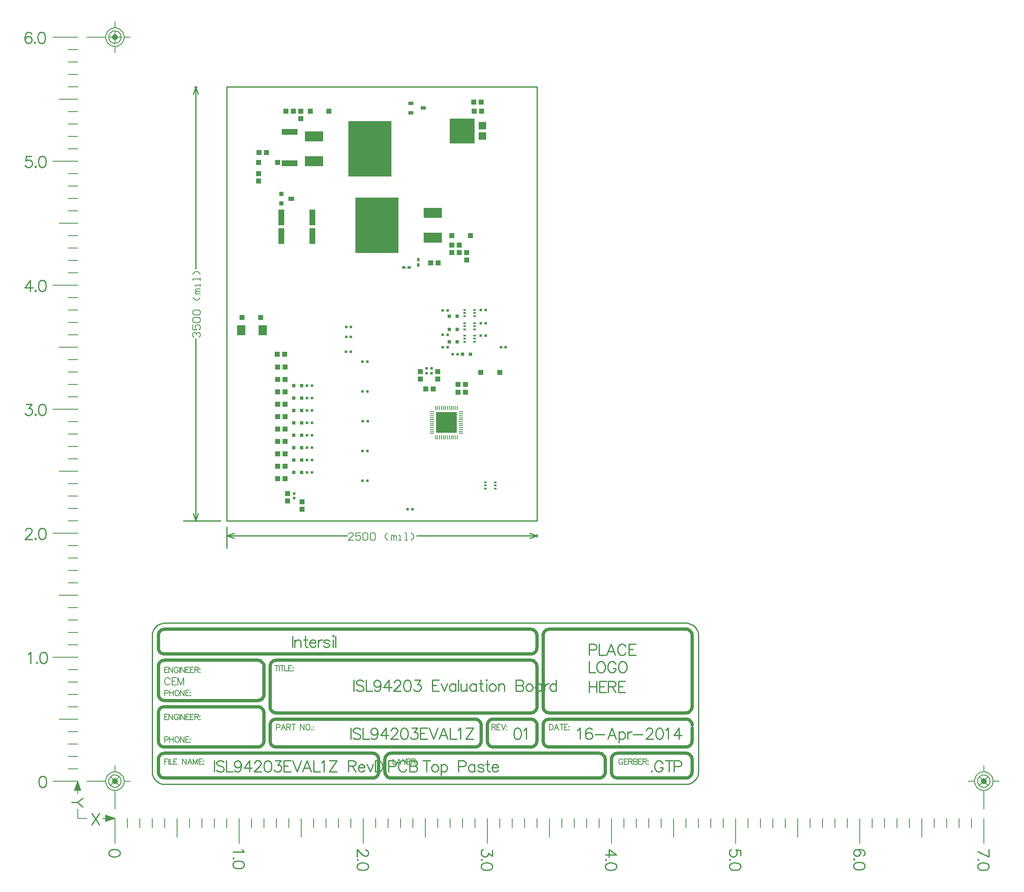
<source format=gtp>
%FSLAX24Y24*%
%MOIN*%
G70*
G01*
G75*
%ADD10C,0.0100*%
%ADD11C,0.0080*%
%ADD12R,0.0217X0.0197*%
%ADD13R,0.0390X0.0270*%
%ADD14R,0.0400X0.0400*%
%ADD15R,0.0236X0.0315*%
%ADD16R,0.0079X0.0374*%
%ADD17R,0.0360X0.0360*%
%ADD18R,0.0500X0.0360*%
%ADD19R,0.0315X0.0236*%
%ADD20R,0.0394X0.0394*%
%ADD21R,0.3500X0.4500*%
%ADD22R,0.0700X0.0820*%
%ADD23R,0.1500X0.0820*%
%ADD24R,0.0197X0.0217*%
%ADD25R,0.1299X0.0512*%
%ADD26R,0.2000X0.2000*%
%ADD27R,0.0600X0.0600*%
%ADD28R,0.0512X0.1299*%
%ADD29R,0.0315X0.0315*%
%ADD30R,0.0315X0.0315*%
%ADD31R,0.0236X0.0157*%
%ADD32R,0.1693X0.1693*%
%ADD33R,0.0374X0.0079*%
%ADD34C,0.0200*%
%ADD35C,0.0400*%
%ADD36C,0.0250*%
%ADD37C,0.0150*%
%ADD38C,0.0120*%
%ADD39C,0.0500*%
%ADD40C,0.0750*%
%ADD41C,0.0300*%
%ADD42C,0.0090*%
%ADD43R,0.1980X0.2640*%
%ADD44R,0.0510X0.0630*%
%ADD45C,0.0060*%
%ADD46C,0.0050*%
%ADD47O,0.0600X0.0800*%
%ADD48R,0.0600X0.0800*%
%ADD49C,0.0250*%
%ADD50C,0.0630*%
%ADD51R,0.1000X0.0650*%
%ADD52C,0.0800*%
%ADD53R,0.0800X0.0800*%
%ADD54C,0.0600*%
%ADD55R,0.0800X0.0650*%
%ADD56R,0.1500X0.1250*%
%ADD57P,0.0650X8X0*%
%ADD58R,0.1500X0.2500*%
%ADD59R,0.1000X0.1000*%
%ADD60R,0.1410X0.1510*%
%ADD61R,0.0850X0.1400*%
%ADD62R,0.0840X0.1280*%
%ADD63R,0.0900X0.1380*%
%ADD64R,0.0950X0.1280*%
%ADD65R,0.0990X0.1540*%
%ADD66R,0.0880X0.1740*%
%ADD67R,0.1440X0.1570*%
%ADD68R,0.0820X0.0700*%
%ADD69R,0.0157X0.0236*%
%ADD70R,0.0630X0.0472*%
%ADD71R,0.0600X0.0500*%
%ADD72R,0.0440X0.0410*%
%ADD73R,0.0640X0.0650*%
%ADD74R,0.1030X0.1500*%
%ADD75R,0.1020X0.1460*%
%ADD76R,0.0560X0.0450*%
%ADD77R,0.0610X0.0520*%
%ADD78R,0.1020X0.1470*%
%ADD79R,0.1030X0.1440*%
%ADD80R,0.1080X0.1500*%
%ADD81R,0.0590X0.0470*%
%ADD82R,0.0610X0.0500*%
%ADD83R,0.1320X0.1390*%
%ADD84R,0.1110X0.1540*%
%ADD85R,0.1430X0.1590*%
%ADD86C,0.0039*%
%ADD87C,0.0110*%
%ADD88C,0.0070*%
%ADD89C,0.0020*%
%ADD90C,0.0079*%
%ADD91C,0.0040*%
%ADD92R,0.0090X0.0690*%
%ADD93R,0.0380X0.0700*%
%ADD94R,0.0400X0.0690*%
%ADD95R,0.0380X0.0560*%
%ADD96R,0.0160X0.0100*%
%ADD97R,0.0290X0.0110*%
%ADD98R,0.0400X0.0780*%
%ADD99R,0.0100X0.0060*%
%ADD100R,0.0450X0.0100*%
%ADD101R,0.0070X0.0080*%
%ADD102R,0.0430X0.0060*%
%ADD103R,0.0280X0.0050*%
%ADD104R,0.0180X0.0100*%
%ADD105R,0.0060X0.0050*%
%ADD106R,0.0310X0.0140*%
%ADD107R,0.0070X0.0120*%
%ADD108R,0.0060X0.0060*%
%ADD109R,0.0180X0.0150*%
%ADD110R,0.0130X0.0060*%
%ADD111R,0.0100X0.0110*%
%ADD112R,0.0110X0.0120*%
%ADD113R,0.0050X0.0050*%
%ADD114R,0.0070X0.0070*%
%ADD115R,0.0120X0.0060*%
%ADD116R,0.0070X0.0630*%
%ADD117R,0.0090X0.0030*%
%ADD118R,0.0050X0.0030*%
%ADD119R,0.0120X0.0590*%
%ADD120R,0.0040X0.0510*%
%ADD121R,0.0070X0.0020*%
%ADD122R,0.0050X0.0040*%
%ADD123R,0.0060X0.0030*%
%ADD124R,0.0040X0.0450*%
%ADD125R,0.0040X0.0040*%
%ADD126R,0.0040X0.0410*%
%ADD127R,0.0050X0.0330*%
%ADD128R,0.0040X0.0180*%
%ADD129R,0.0050X0.0160*%
%ADD130R,0.0070X0.0050*%
%ADD131R,0.0080X0.0140*%
%ADD132R,0.0220X0.0090*%
%ADD133R,0.0060X0.0040*%
%ADD134R,0.0150X0.0350*%
%ADD135R,0.0030X0.0050*%
%ADD136R,0.0350X0.0100*%
%ADD137R,0.0220X0.0160*%
%ADD138R,0.0160X0.0070*%
%ADD139R,0.0140X0.0070*%
%ADD140R,0.0090X0.0070*%
%ADD141R,0.0580X0.0150*%
%ADD142R,0.0050X0.0100*%
%ADD143R,0.0250X0.0020*%
%ADD144R,0.0040X0.0030*%
%ADD145R,0.0060X0.0090*%
%ADD146R,0.0390X0.0730*%
%ADD147R,0.0080X0.0160*%
%ADD148R,0.0040X0.0050*%
%ADD149R,0.0040X0.0160*%
%ADD150R,0.0320X0.0160*%
%ADD151R,0.0350X0.0090*%
%ADD152R,0.0100X0.0090*%
%ADD153R,0.0590X0.0100*%
%ADD154R,0.0300X0.0050*%
%ADD155R,0.0120X0.0030*%
%ADD156R,0.0060X0.0280*%
%ADD157R,0.0050X0.0190*%
%ADD158R,0.0050X0.0020*%
%ADD159R,0.0340X0.0250*%
%ADD160R,0.0320X0.0330*%
%ADD161R,0.0100X0.0140*%
%ADD162R,0.0050X0.0120*%
%ADD163R,0.0050X0.0080*%
%ADD164R,0.0330X0.0060*%
%ADD165R,0.0210X0.0040*%
%ADD166R,0.0090X0.0050*%
%ADD167R,0.0100X0.0080*%
%ADD168R,0.0090X0.0100*%
%ADD169R,0.0020X0.0030*%
%ADD170R,0.0560X0.0130*%
%ADD171R,0.0380X0.0050*%
%ADD172R,0.0080X0.0280*%
%ADD173R,0.0050X0.0180*%
%ADD174R,0.0380X0.0710*%
%ADD175R,0.0300X0.0180*%
%ADD176R,0.0270X0.0030*%
%ADD177R,0.0190X0.0050*%
%ADD178R,0.0070X0.0140*%
%ADD179R,0.0270X0.0040*%
%ADD180R,0.0180X0.0050*%
%ADD181R,0.0060X0.0110*%
%ADD182R,0.0390X0.1040*%
%ADD183R,0.0210X0.0100*%
%ADD184R,0.0315X0.0787*%
%ADD185R,0.3600X0.0670*%
%ADD186R,0.0080X0.0120*%
%ADD187R,0.0787X0.0315*%
D10*
X75685Y61463D02*
X75587Y61458D01*
X75490Y61444D01*
X75395Y61420D01*
X75302Y61387D01*
X75214Y61345D01*
X75129Y61295D01*
X75051Y61236D01*
X74978Y61170D01*
X74912Y61098D01*
X74853Y61019D01*
X74803Y60935D01*
X74761Y60846D01*
X74728Y60753D01*
X74704Y60658D01*
X74690Y60561D01*
X74685Y60463D01*
Y49473D02*
X74690Y49375D01*
X74704Y49278D01*
X74727Y49183D01*
X74760Y49091D01*
X74802Y49002D01*
X74852Y48918D01*
X74909Y48838D01*
X74975Y48765D01*
X75047Y48699D01*
X75125Y48640D01*
X75208Y48588D01*
X75296Y48545D01*
X75388Y48511D01*
X75483Y48486D01*
X75580Y48470D01*
X75677Y48463D01*
X117685Y48463D02*
X117783Y48468D01*
X117880Y48482D01*
X117975Y48506D01*
X118068Y48539D01*
X118156Y48581D01*
X118241Y48632D01*
X118319Y48690D01*
X118392Y48756D01*
X118458Y48829D01*
X118516Y48908D01*
X118567Y48992D01*
X118609Y49080D01*
X118642Y49173D01*
X118666Y49268D01*
X118680Y49365D01*
X118685Y49463D01*
Y60463D02*
X118680Y60561D01*
X118666Y60658D01*
X118642Y60753D01*
X118609Y60846D01*
X118567Y60935D01*
X118516Y61019D01*
X118458Y61098D01*
X118392Y61170D01*
X118319Y61236D01*
X118241Y61295D01*
X118156Y61345D01*
X118068Y61387D01*
X117975Y61420D01*
X117880Y61444D01*
X117783Y61458D01*
X117685Y61463D01*
X80685Y104713D02*
X105685D01*
X77185Y69713D02*
X80185D01*
X80685Y67513D02*
Y69213D01*
X105685Y68413D02*
Y68613D01*
X80685Y68413D02*
Y68613D01*
X105085Y68313D02*
X105685Y68513D01*
X105085Y68713D02*
X105685Y68513D01*
X80685D02*
X81285Y68313D01*
X80685Y68513D02*
X81285Y68713D01*
X95994Y68513D02*
X105685D01*
X80685D02*
X90376D01*
X80685Y69713D02*
X105685D01*
Y104713D01*
X80685Y69713D02*
Y104713D01*
X75685Y48463D02*
X117685D01*
X75685Y61463D02*
X117685D01*
X118685Y49463D02*
Y60463D01*
X74685Y49463D02*
Y60463D01*
X78085Y104713D02*
X78285D01*
X78085Y69713D02*
X78285D01*
X78185Y104713D02*
X78385Y104113D01*
X77985D02*
X78185Y104713D01*
Y69713D02*
X78385Y70313D01*
X77985D02*
X78185Y69713D01*
Y90022D02*
Y104713D01*
Y69713D02*
Y84404D01*
D11*
X142185Y48713D02*
X142175Y48814D01*
X142145Y48910D01*
X142095Y48999D01*
X142030Y49075D01*
X141950Y49137D01*
X141859Y49182D01*
X141761Y49207D01*
X141660Y49212D01*
X141560Y49197D01*
X141465Y49162D01*
X141379Y49108D01*
X141306Y49039D01*
X141248Y48956D01*
X141208Y48863D01*
X141188Y48764D01*
Y48662D01*
X141208Y48563D01*
X141248Y48470D01*
X141306Y48387D01*
X141379Y48318D01*
X141465Y48264D01*
X141560Y48229D01*
X141660Y48214D01*
X141761Y48219D01*
X141859Y48244D01*
X141950Y48289D01*
X142030Y48351D01*
X142095Y48427D01*
X142145Y48516D01*
X142175Y48612D01*
X142185Y48713D01*
X142435D02*
X142428Y48813D01*
X142408Y48911D01*
X142376Y49006D01*
X142330Y49095D01*
X142274Y49178D01*
X142206Y49252D01*
X142130Y49317D01*
X142045Y49371D01*
X141955Y49413D01*
X141859Y49443D01*
X141760Y49459D01*
X141660Y49463D01*
X141560Y49453D01*
X141463Y49429D01*
X141369Y49393D01*
X141281Y49345D01*
X141201Y49286D01*
X141129Y49216D01*
X141067Y49137D01*
X141016Y49051D01*
X140977Y48959D01*
X140950Y48862D01*
X140937Y48763D01*
Y48663D01*
X140950Y48564D01*
X140977Y48467D01*
X141016Y48375D01*
X141067Y48289D01*
X141129Y48210D01*
X141201Y48140D01*
X141281Y48081D01*
X141369Y48033D01*
X141463Y47997D01*
X141560Y47973D01*
X141660Y47963D01*
X141760Y47967D01*
X141859Y47983D01*
X141955Y48013D01*
X142045Y48055D01*
X142130Y48109D01*
X142206Y48174D01*
X142274Y48248D01*
X142330Y48331D01*
X142376Y48420D01*
X142408Y48515D01*
X142428Y48613D01*
X142435Y48713D01*
X141710D02*
X141660D01*
X141710D01*
X141735D02*
X141660Y48756D01*
Y48670D01*
X141735Y48713D01*
X141885D02*
X141862Y48806D01*
X141799Y48878D01*
X141709Y48912D01*
X141614Y48900D01*
X141535Y48846D01*
X141491Y48761D01*
Y48665D01*
X141535Y48580D01*
X141614Y48526D01*
X141709Y48514D01*
X141799Y48548D01*
X141862Y48620D01*
X141885Y48713D01*
X141835D02*
X141800Y48809D01*
X141711Y48861D01*
X141610Y48843D01*
X141544Y48764D01*
Y48662D01*
X141610Y48583D01*
X141711Y48565D01*
X141800Y48617D01*
X141835Y48713D01*
X141785D02*
X141735Y48800D01*
X141635D01*
X141585Y48713D01*
X141635Y48626D01*
X141735D01*
X141785Y48713D01*
X72435Y108713D02*
X72428Y108813D01*
X72408Y108911D01*
X72375Y109006D01*
X72330Y109095D01*
X72274Y109178D01*
X72206Y109252D01*
X72130Y109317D01*
X72045Y109371D01*
X71955Y109413D01*
X71859Y109443D01*
X71760Y109459D01*
X71660Y109463D01*
X71560Y109453D01*
X71463Y109429D01*
X71369Y109393D01*
X71281Y109345D01*
X71201Y109286D01*
X71129Y109216D01*
X71067Y109138D01*
X71016Y109051D01*
X70976Y108959D01*
X70950Y108863D01*
X70937Y108763D01*
Y108663D01*
X70950Y108564D01*
X70976Y108467D01*
X71016Y108375D01*
X71067Y108289D01*
X71129Y108210D01*
X71201Y108140D01*
X71281Y108081D01*
X71369Y108033D01*
X71463Y107997D01*
X71560Y107974D01*
X71660Y107964D01*
X71760Y107967D01*
X71859Y107984D01*
X71955Y108013D01*
X72045Y108055D01*
X72130Y108109D01*
X72206Y108174D01*
X72274Y108248D01*
X72330Y108331D01*
X72375Y108420D01*
X72408Y108515D01*
X72428Y108613D01*
X72435Y108713D01*
X71710D02*
X71660D01*
X71710D01*
X71735D02*
X71660Y108756D01*
Y108670D01*
X71735Y108713D01*
X71785D02*
X71735Y108800D01*
X71635D01*
X71585Y108713D01*
X71635Y108627D01*
X71735D01*
X71785Y108713D01*
X71835D02*
X71800Y108810D01*
X71711Y108861D01*
X71610Y108843D01*
X71544Y108764D01*
Y108662D01*
X71610Y108583D01*
X71711Y108565D01*
X71800Y108617D01*
X71835Y108713D01*
X71885D02*
X71862Y108806D01*
X71799Y108878D01*
X71709Y108912D01*
X71614Y108900D01*
X71535Y108846D01*
X71491Y108761D01*
Y108665D01*
X71535Y108581D01*
X71614Y108526D01*
X71709Y108515D01*
X71799Y108549D01*
X71862Y108620D01*
X71885Y108713D01*
X72185D02*
X72175Y108814D01*
X72144Y108910D01*
X72095Y108999D01*
X72029Y109076D01*
X71949Y109137D01*
X71859Y109182D01*
X71761Y109207D01*
X71660Y109212D01*
X71560Y109197D01*
X71465Y109162D01*
X71379Y109109D01*
X71306Y109039D01*
X71248Y108956D01*
X71208Y108863D01*
X71188Y108764D01*
Y108663D01*
X71208Y108563D01*
X71248Y108470D01*
X71306Y108387D01*
X71379Y108318D01*
X71465Y108264D01*
X71560Y108229D01*
X71660Y108214D01*
X71761Y108219D01*
X71859Y108244D01*
X71949Y108289D01*
X72029Y108351D01*
X72095Y108427D01*
X72144Y108516D01*
X72175Y108612D01*
X72185Y108713D01*
X72185Y48713D02*
X72175Y48814D01*
X72145Y48910D01*
X72095Y48999D01*
X72030Y49075D01*
X71950Y49137D01*
X71859Y49182D01*
X71761Y49207D01*
X71660Y49212D01*
X71560Y49197D01*
X71465Y49162D01*
X71379Y49108D01*
X71306Y49039D01*
X71248Y48956D01*
X71208Y48863D01*
X71188Y48764D01*
Y48662D01*
X71208Y48563D01*
X71248Y48470D01*
X71306Y48387D01*
X71379Y48318D01*
X71465Y48264D01*
X71560Y48229D01*
X71660Y48214D01*
X71761Y48219D01*
X71859Y48244D01*
X71950Y48289D01*
X72030Y48351D01*
X72095Y48427D01*
X72145Y48516D01*
X72175Y48612D01*
X72185Y48713D01*
X72435D02*
X72428Y48813D01*
X72408Y48911D01*
X72376Y49006D01*
X72330Y49095D01*
X72274Y49178D01*
X72206Y49252D01*
X72130Y49317D01*
X72045Y49371D01*
X71955Y49413D01*
X71859Y49443D01*
X71760Y49459D01*
X71660Y49463D01*
X71560Y49453D01*
X71463Y49429D01*
X71369Y49393D01*
X71281Y49345D01*
X71201Y49286D01*
X71129Y49216D01*
X71067Y49137D01*
X71016Y49051D01*
X70977Y48959D01*
X70950Y48862D01*
X70937Y48763D01*
Y48663D01*
X70950Y48564D01*
X70977Y48467D01*
X71016Y48375D01*
X71067Y48289D01*
X71129Y48210D01*
X71201Y48140D01*
X71281Y48081D01*
X71369Y48033D01*
X71463Y47997D01*
X71560Y47973D01*
X71660Y47963D01*
X71760Y47967D01*
X71859Y47983D01*
X71955Y48013D01*
X72045Y48055D01*
X72130Y48109D01*
X72206Y48174D01*
X72274Y48248D01*
X72330Y48331D01*
X72376Y48420D01*
X72408Y48515D01*
X72428Y48613D01*
X72435Y48713D01*
X71710D02*
X71660D01*
X71710D01*
X71735D02*
X71660Y48756D01*
Y48670D01*
X71735Y48713D01*
X71885D02*
X71862Y48806D01*
X71799Y48878D01*
X71709Y48912D01*
X71614Y48900D01*
X71535Y48846D01*
X71491Y48761D01*
Y48665D01*
X71535Y48580D01*
X71614Y48526D01*
X71709Y48514D01*
X71799Y48548D01*
X71862Y48620D01*
X71885Y48713D01*
X71785D02*
X71735Y48800D01*
X71635D01*
X71585Y48713D01*
X71635Y48626D01*
X71735D01*
X71785Y48713D01*
X71835D02*
X71800Y48809D01*
X71711Y48861D01*
X71610Y48843D01*
X71544Y48764D01*
Y48662D01*
X71610Y48583D01*
X71711Y48565D01*
X71800Y48617D01*
X71835Y48713D01*
X72435D02*
X72935D01*
X69435D02*
X70935D01*
X68685Y45713D02*
X69435D01*
X68435Y47963D02*
X68935D01*
X68540Y48043D02*
X68830D01*
X68590Y48078D02*
X68780D01*
X68490Y48008D02*
X68880D01*
X68640Y48113D02*
X68730D01*
X70685Y45713D02*
X70935D01*
X66685Y48713D02*
X68685D01*
X67935Y49713D02*
X68685D01*
X67935Y50713D02*
X68685D01*
X67935Y51713D02*
X68685D01*
X67935Y52713D02*
X68685D01*
X67185Y53713D02*
X68685D01*
X67935Y54713D02*
X68685D01*
X67935Y55713D02*
X68685D01*
X67935Y56713D02*
X68685D01*
X67935Y57713D02*
X68685D01*
X66685Y58713D02*
X68685D01*
X67935Y59713D02*
X68685D01*
X67935Y60713D02*
X68685D01*
X67935Y61713D02*
X68685D01*
X67935Y62713D02*
X68685D01*
X67185Y63713D02*
X68685D01*
X67935Y64713D02*
X68685D01*
X67935Y65713D02*
X68685D01*
X67935Y66713D02*
X68685D01*
X67935Y67713D02*
X68685D01*
X66685Y68713D02*
X68685D01*
X67935Y69713D02*
X68685D01*
X67935Y70713D02*
X68685D01*
X67935Y71713D02*
X68685D01*
X67935Y72713D02*
X68685D01*
X67185Y73713D02*
X68685D01*
X67935Y74713D02*
X68685D01*
X67935Y75713D02*
X68685D01*
X67935Y76713D02*
X68685D01*
X67935Y77713D02*
X68685D01*
X66685Y78713D02*
X68685D01*
X67935Y79713D02*
X68685D01*
X67935Y80713D02*
X68685D01*
X67935Y81713D02*
X68685D01*
X67935Y82713D02*
X68685D01*
X67185Y83713D02*
X68685D01*
X67935Y84713D02*
X68685D01*
X67935Y85713D02*
X68685D01*
X67935Y86713D02*
X68685D01*
X67935Y87713D02*
X68685D01*
X66685Y88713D02*
X68685D01*
X67935Y89713D02*
X68685D01*
X67935Y90713D02*
X68685D01*
X67935Y91713D02*
X68685D01*
X67935Y92713D02*
X68685D01*
X67185Y93713D02*
X68685D01*
X67935Y94713D02*
X68685D01*
X67935Y95713D02*
X68685D01*
X67935Y96713D02*
X68685D01*
X67935Y97713D02*
X68685D01*
X66685Y98713D02*
X68685D01*
X67935Y99713D02*
X68685D01*
X67935Y100713D02*
X68685D01*
X67935Y101713D02*
X68685D01*
X67935Y102713D02*
X68685D01*
X67185Y103713D02*
X68685D01*
X67935Y104713D02*
X68685D01*
X67935Y105713D02*
X68685D01*
X67935Y106713D02*
X68685D01*
X67935Y107713D02*
X68685D01*
X66685Y108713D02*
X68685D01*
X71685D02*
X72185D01*
X71185D02*
X71685D01*
X69435D02*
X70935D01*
X72435D02*
X72935D01*
X140435Y48713D02*
X140935D01*
X142435D02*
X142935D01*
X71685Y46463D02*
Y47963D01*
Y49463D02*
Y49963D01*
X68685Y45713D02*
Y46463D01*
X70935Y45463D02*
Y45963D01*
X71015Y45568D02*
Y45858D01*
X68685Y47713D02*
Y47963D01*
X71050Y45618D02*
Y45808D01*
X70980Y45518D02*
Y45908D01*
X71085Y45668D02*
Y45758D01*
X71685Y43713D02*
Y45713D01*
X72685Y44963D02*
Y45713D01*
X73685Y44963D02*
Y45713D01*
X74685Y44963D02*
Y45713D01*
X75685Y44963D02*
Y45713D01*
X76685Y44213D02*
Y45713D01*
X77685Y44963D02*
Y45713D01*
X78685Y44963D02*
Y45713D01*
X79685Y44963D02*
Y45713D01*
X80685Y44963D02*
Y45713D01*
X81685Y43713D02*
Y45713D01*
X82685Y44963D02*
Y45713D01*
X83685Y44963D02*
Y45713D01*
X84685Y44963D02*
Y45713D01*
X85685Y44963D02*
Y45713D01*
X86685Y44213D02*
Y45713D01*
X87685Y44963D02*
Y45713D01*
X88685Y44963D02*
Y45713D01*
X89685Y44963D02*
Y45713D01*
X90685Y44963D02*
Y45713D01*
X91685Y43713D02*
Y45713D01*
X92685Y44963D02*
Y45713D01*
X93685Y44963D02*
Y45713D01*
X94685Y44963D02*
Y45713D01*
X95685Y44963D02*
Y45713D01*
X96685Y44213D02*
Y45713D01*
X97685Y44963D02*
Y45713D01*
X98685Y44963D02*
Y45713D01*
X99685Y44963D02*
Y45713D01*
X100685Y44963D02*
Y45713D01*
X101685Y43713D02*
Y45713D01*
X102685Y44963D02*
Y45713D01*
X103685Y44963D02*
Y45713D01*
X104685Y44963D02*
Y45713D01*
X105685Y44963D02*
Y45713D01*
X106685Y44213D02*
Y45713D01*
X107685Y44963D02*
Y45713D01*
X108685Y44963D02*
Y45713D01*
X109685Y44963D02*
Y45713D01*
X110685Y44963D02*
Y45713D01*
X111685Y43713D02*
Y45713D01*
X112685Y44963D02*
Y45713D01*
X113685Y44963D02*
Y45713D01*
X114685Y44963D02*
Y45713D01*
X115685Y44963D02*
Y45713D01*
X116685Y44213D02*
Y45713D01*
X117685Y44963D02*
Y45713D01*
X118685Y44963D02*
Y45713D01*
X119685Y44963D02*
Y45713D01*
X120685Y44963D02*
Y45713D01*
X121685Y43713D02*
Y45713D01*
X122685Y44963D02*
Y45713D01*
X123685Y44963D02*
Y45713D01*
X124685Y44963D02*
Y45713D01*
X125685Y44963D02*
Y45713D01*
X126685Y44213D02*
Y45713D01*
X127685Y44963D02*
Y45713D01*
X128685Y44963D02*
Y45713D01*
X129685Y44963D02*
Y45713D01*
X130685Y44963D02*
Y45713D01*
X131685Y43713D02*
Y45713D01*
X132685Y44963D02*
Y45713D01*
X133685Y44963D02*
Y45713D01*
X134685Y44963D02*
Y45713D01*
X135685Y44963D02*
Y45713D01*
X136685Y44213D02*
Y45713D01*
X137685Y44963D02*
Y45713D01*
X138685Y44963D02*
Y45713D01*
X139685Y44963D02*
Y45713D01*
X140685Y44963D02*
Y45713D01*
X141685Y43713D02*
Y45713D01*
X71685Y108213D02*
Y108713D01*
Y109213D01*
Y109463D02*
Y109963D01*
Y107463D02*
Y107963D01*
X141685Y49463D02*
Y49963D01*
Y46463D02*
Y47963D01*
X71685Y48713D02*
X72035Y49063D01*
X71335Y48363D02*
X71685Y48713D01*
X141335Y48363D02*
X141685Y48713D01*
X142035Y49063D01*
X71685Y48713D02*
X72035Y48363D01*
X71335Y49063D02*
X71685Y48713D01*
X141685D02*
X142035Y48363D01*
X141335Y49063D02*
X141685Y48713D01*
X70935Y45463D02*
X71685Y45713D01*
X70935Y45963D02*
X71685Y45713D01*
X71015Y45858D02*
X71445Y45713D01*
X71015Y45568D02*
X71445Y45713D01*
X68685Y48713D02*
X68935Y47963D01*
X68435D02*
X68685Y48713D01*
X68540Y48043D02*
X68685Y48473D01*
X68830Y48043D01*
X68590Y48078D02*
X68685Y48358D01*
X68780Y48078D01*
X68490Y48008D02*
X68685Y48588D01*
X68880Y48008D01*
X68640Y48113D02*
X68685Y48243D01*
X68730Y48113D01*
X71050Y45808D02*
X71330Y45713D01*
X71050Y45618D02*
X71330Y45713D01*
X70980Y45908D02*
X71560Y45713D01*
X70980Y45518D02*
X71560Y45713D01*
X71085Y45758D02*
X71215Y45713D01*
X71085Y45668D02*
X71215Y45713D01*
X76113Y56920D02*
X76085Y56977D01*
X76028Y57034D01*
X75971Y57063D01*
X75856D01*
X75799Y57034D01*
X75742Y56977D01*
X75714Y56920D01*
X75685Y56834D01*
Y56692D01*
X75714Y56606D01*
X75742Y56549D01*
X75799Y56492D01*
X75856Y56463D01*
X75971D01*
X76028Y56492D01*
X76085Y56549D01*
X76113Y56606D01*
X76653Y57063D02*
X76282D01*
Y56463D01*
X76653D01*
X76282Y56777D02*
X76510D01*
X76753Y57063D02*
Y56463D01*
Y57063D02*
X76982Y56463D01*
X77210Y57063D02*
X76982Y56463D01*
X77210Y57063D02*
Y56463D01*
D12*
X96807Y81603D02*
D03*
Y81997D02*
D03*
X97205D02*
D03*
Y81603D02*
D03*
X86130Y71918D02*
D03*
Y71524D02*
D03*
D13*
X95525Y103363D02*
D03*
X96525Y102988D02*
D03*
X95525Y102613D02*
D03*
D14*
X97740Y90503D02*
D03*
X97140D02*
D03*
X99922Y80693D02*
D03*
X97705Y81153D02*
D03*
Y81753D02*
D03*
X96305Y81153D02*
D03*
Y81753D02*
D03*
X97326Y80333D02*
D03*
X96726D02*
D03*
X100035Y91343D02*
D03*
Y90743D02*
D03*
X99425Y91343D02*
D03*
Y91943D02*
D03*
X98815D02*
D03*
Y91343D02*
D03*
X86754Y70641D02*
D03*
Y71241D02*
D03*
X85600Y71311D02*
D03*
Y71911D02*
D03*
X83277Y99419D02*
D03*
X83877D02*
D03*
X86670Y102732D02*
D03*
Y102132D02*
D03*
X84785Y73113D02*
D03*
X85385D02*
D03*
X84785Y74113D02*
D03*
X85385D02*
D03*
X84785Y75113D02*
D03*
X85385D02*
D03*
X84785Y76113D02*
D03*
X85385D02*
D03*
X84785Y77113D02*
D03*
X85385D02*
D03*
X84785Y78113D02*
D03*
X85385D02*
D03*
X84785Y79113D02*
D03*
X85385D02*
D03*
X84785Y80113D02*
D03*
X85385D02*
D03*
X84785Y81113D02*
D03*
X85385D02*
D03*
X85473Y102733D02*
D03*
X86073D02*
D03*
X83275Y97093D02*
D03*
Y97693D02*
D03*
X85385Y82113D02*
D03*
X84785D02*
D03*
X99322Y80693D02*
D03*
X99321Y80083D02*
D03*
X99921D02*
D03*
X84764Y83128D02*
D03*
X85364D02*
D03*
X100605Y103473D02*
D03*
X101205D02*
D03*
X101225Y102743D02*
D03*
X100625D02*
D03*
D15*
X96125Y90780D02*
D03*
Y90347D02*
D03*
D16*
X98934Y78796D02*
D03*
X97832D02*
D03*
X97675D02*
D03*
Y76453D02*
D03*
X97517D02*
D03*
X97832D02*
D03*
X97990D02*
D03*
X98147D02*
D03*
X98305D02*
D03*
X98462D02*
D03*
X98620D02*
D03*
X98777D02*
D03*
X98934D02*
D03*
X99092D02*
D03*
X99249D02*
D03*
Y78796D02*
D03*
X99092D02*
D03*
X98777D02*
D03*
X98620D02*
D03*
X98462D02*
D03*
X98305D02*
D03*
X98147D02*
D03*
X97990D02*
D03*
X97517D02*
D03*
D17*
X85085Y96063D02*
D03*
Y95313D02*
D03*
D18*
X85885Y95683D02*
D03*
D19*
X95401Y90143D02*
D03*
X94968D02*
D03*
D20*
X98817Y92693D02*
D03*
X100333D02*
D03*
X81923Y86119D02*
D03*
X83439D02*
D03*
X88939Y102745D02*
D03*
X87423D02*
D03*
X84789Y98605D02*
D03*
X83273D02*
D03*
X101165Y81683D02*
D03*
X102681D02*
D03*
D21*
X92791Y93523D02*
D03*
X92219Y99693D02*
D03*
D22*
X81870Y85079D02*
D03*
X83590D02*
D03*
D23*
X97291Y92523D02*
D03*
Y94523D02*
D03*
X87719Y100693D02*
D03*
Y98693D02*
D03*
D24*
X98487Y83699D02*
D03*
X98094D02*
D03*
X98487Y84693D02*
D03*
X98094D02*
D03*
X98487Y86679D02*
D03*
X98094D02*
D03*
X91641Y72923D02*
D03*
X92035D02*
D03*
X91641Y75323D02*
D03*
X92035D02*
D03*
X91651Y77723D02*
D03*
X92045D02*
D03*
X91641Y80123D02*
D03*
X92035D02*
D03*
X91631Y82523D02*
D03*
X92025D02*
D03*
X90301Y83323D02*
D03*
X90695D02*
D03*
X90311Y84533D02*
D03*
X90705D02*
D03*
X90311Y85323D02*
D03*
X90705D02*
D03*
X87150Y76618D02*
D03*
X87544D02*
D03*
X87150Y74618D02*
D03*
X87544D02*
D03*
X87150Y75618D02*
D03*
X87544D02*
D03*
X87150Y73618D02*
D03*
X87544D02*
D03*
X87150Y77618D02*
D03*
X87544D02*
D03*
X101565Y84632D02*
D03*
X101171D02*
D03*
X98895Y83129D02*
D03*
X99289D02*
D03*
X101171Y85638D02*
D03*
X101565D02*
D03*
X101171Y86718D02*
D03*
X101565D02*
D03*
X87151Y78618D02*
D03*
X87545D02*
D03*
X87151Y79618D02*
D03*
X87545D02*
D03*
X87151Y80618D02*
D03*
X87545D02*
D03*
X95665Y70648D02*
D03*
X95272D02*
D03*
X102781Y83713D02*
D03*
X103175D02*
D03*
D25*
X85745Y98551D02*
D03*
Y101070D02*
D03*
D26*
X99666Y101148D02*
D03*
D27*
X101286Y100728D02*
D03*
Y101568D02*
D03*
D28*
X85085Y92683D02*
D03*
X87605D02*
D03*
Y94183D02*
D03*
X85085D02*
D03*
D29*
X86725Y73618D02*
D03*
X86095D02*
D03*
X86725Y74618D02*
D03*
X86095D02*
D03*
X86725Y75618D02*
D03*
X86095D02*
D03*
X86725Y76618D02*
D03*
X86095D02*
D03*
X86725Y77618D02*
D03*
X86095D02*
D03*
Y78618D02*
D03*
Y79618D02*
D03*
X86725D02*
D03*
X86095Y80618D02*
D03*
X86725D02*
D03*
X99244Y84138D02*
D03*
X98614D02*
D03*
X99244Y85133D02*
D03*
X98614D02*
D03*
X100324Y83123D02*
D03*
X99694D02*
D03*
X99244Y86207D02*
D03*
X98614D02*
D03*
D30*
X86725Y78618D02*
D03*
D31*
X99859Y84392D02*
D03*
Y84136D02*
D03*
X100646Y84648D02*
D03*
Y84392D02*
D03*
Y84136D02*
D03*
X99859Y84648D02*
D03*
Y85389D02*
D03*
Y85133D02*
D03*
X100646Y85645D02*
D03*
Y85389D02*
D03*
Y85133D02*
D03*
X99859Y85645D02*
D03*
X99854Y86462D02*
D03*
Y86206D02*
D03*
X100642Y86718D02*
D03*
Y86462D02*
D03*
Y86206D02*
D03*
X99854Y86718D02*
D03*
X101535Y72813D02*
D03*
X102322Y72301D02*
D03*
Y72557D02*
D03*
Y72813D02*
D03*
X101535Y72301D02*
D03*
Y72557D02*
D03*
D32*
X98383Y77625D02*
D03*
D33*
X99555Y78491D02*
D03*
X97212D02*
D03*
Y78176D02*
D03*
Y78018D02*
D03*
Y77861D02*
D03*
Y77703D02*
D03*
Y77546D02*
D03*
Y77388D02*
D03*
Y77231D02*
D03*
Y77073D02*
D03*
Y76916D02*
D03*
Y76758D02*
D03*
X99555D02*
D03*
Y76916D02*
D03*
Y77073D02*
D03*
Y77231D02*
D03*
Y77388D02*
D03*
Y77546D02*
D03*
Y77703D02*
D03*
Y77861D02*
D03*
Y78018D02*
D03*
Y78176D02*
D03*
Y78333D02*
D03*
X97212D02*
D03*
D36*
X118185Y53223D02*
X118176Y53319D01*
X118148Y53411D01*
X118102Y53495D01*
X118041Y53570D01*
X117967Y53631D01*
X117882Y53676D01*
X117791Y53704D01*
X117695Y53713D01*
X106685D02*
X106587Y53704D01*
X106494Y53675D01*
X106407Y53629D01*
X106331Y53567D01*
X106269Y53491D01*
X106223Y53404D01*
X106195Y53311D01*
X106185Y53213D01*
X117685Y54213D02*
X117782Y54223D01*
X117876Y54251D01*
X117963Y54297D01*
X118039Y54360D01*
X118101Y54435D01*
X118147Y54522D01*
X118175Y54616D01*
X118185Y54713D01*
X106185D02*
X106195Y54616D01*
X106223Y54522D01*
X106269Y54435D01*
X106331Y54360D01*
X106407Y54297D01*
X106494Y54251D01*
X106587Y54223D01*
X106685Y54213D01*
X118185Y60473D02*
X118175Y60571D01*
X118146Y60665D01*
X118099Y60751D01*
X118035Y60826D01*
X117958Y60886D01*
X117871Y60931D01*
X117776Y60956D01*
X117678Y60963D01*
X117685Y51463D02*
X117782Y51473D01*
X117876Y51501D01*
X117963Y51547D01*
X118039Y51610D01*
X118101Y51685D01*
X118147Y51772D01*
X118175Y51866D01*
X118185Y51963D01*
X118185Y50472D02*
X118174Y50568D01*
X118144Y50661D01*
X118098Y50746D01*
X118035Y50820D01*
X117960Y50881D01*
X117874Y50926D01*
X117781Y50954D01*
X117685Y50963D01*
Y48963D02*
X117782Y48973D01*
X117876Y49001D01*
X117963Y49047D01*
X118039Y49110D01*
X118101Y49185D01*
X118147Y49272D01*
X118175Y49366D01*
X118185Y49463D01*
X105185Y51463D02*
X105282Y51473D01*
X105376Y51501D01*
X105463Y51547D01*
X105539Y51610D01*
X105601Y51685D01*
X105647Y51772D01*
X105675Y51866D01*
X105685Y51963D01*
X106185Y51953D02*
X106195Y51856D01*
X106223Y51764D01*
X106269Y51678D01*
X106332Y51604D01*
X106407Y51543D01*
X106493Y51498D01*
X106587Y51471D01*
X106684Y51463D01*
X105685Y53223D02*
X105676Y53319D01*
X105648Y53411D01*
X105602Y53495D01*
X105541Y53570D01*
X105467Y53631D01*
X105382Y53676D01*
X105291Y53704D01*
X105195Y53713D01*
X75185Y49463D02*
X75194Y49367D01*
X75222Y49274D01*
X75267Y49188D01*
X75328Y49113D01*
X75403Y49050D01*
X75488Y49004D01*
X75580Y48974D01*
X75676Y48963D01*
X105194Y54213D02*
X105290Y54224D01*
X105382Y54254D01*
X105467Y54300D01*
X105542Y54363D01*
X105603Y54438D01*
X105648Y54524D01*
X105676Y54617D01*
X105685Y54713D01*
X75685Y50963D02*
X75587Y50954D01*
X75494Y50925D01*
X75407Y50879D01*
X75331Y50817D01*
X75269Y50741D01*
X75223Y50654D01*
X75195Y50561D01*
X75185Y50463D01*
X105685Y57963D02*
X105675Y58061D01*
X105647Y58154D01*
X105601Y58241D01*
X105539Y58317D01*
X105463Y58379D01*
X105376Y58425D01*
X105282Y58454D01*
X105185Y58463D01*
Y58963D02*
X105282Y58973D01*
X105376Y59001D01*
X105463Y59047D01*
X105539Y59110D01*
X105601Y59185D01*
X105647Y59272D01*
X105675Y59366D01*
X105685Y59463D01*
X106685Y60963D02*
X106587Y60954D01*
X106494Y60925D01*
X106407Y60879D01*
X106331Y60817D01*
X106269Y60741D01*
X106223Y60654D01*
X106195Y60561D01*
X106185Y60463D01*
X105685D02*
X105675Y60561D01*
X105647Y60654D01*
X105601Y60741D01*
X105539Y60817D01*
X105463Y60879D01*
X105376Y60925D01*
X105282Y60954D01*
X105185Y60963D01*
X75685D02*
X75587Y60954D01*
X75494Y60925D01*
X75407Y60879D01*
X75331Y60817D01*
X75269Y60741D01*
X75223Y60654D01*
X75195Y60561D01*
X75185Y60463D01*
Y59463D02*
X75195Y59366D01*
X75223Y59272D01*
X75269Y59185D01*
X75331Y59110D01*
X75407Y59047D01*
X75494Y59001D01*
X75587Y58973D01*
X75685Y58963D01*
Y58463D02*
X75587Y58454D01*
X75494Y58425D01*
X75407Y58379D01*
X75331Y58317D01*
X75269Y58241D01*
X75223Y58154D01*
X75195Y58061D01*
X75185Y57963D01*
Y55713D02*
X75195Y55616D01*
X75223Y55522D01*
X75269Y55435D01*
X75331Y55360D01*
X75407Y55297D01*
X75494Y55251D01*
X75587Y55223D01*
X75685Y55213D01*
Y54713D02*
X75587Y54704D01*
X75494Y54675D01*
X75407Y54629D01*
X75331Y54567D01*
X75269Y54491D01*
X75223Y54404D01*
X75195Y54311D01*
X75185Y54213D01*
Y51963D02*
X75194Y51867D01*
X75222Y51774D01*
X75267Y51688D01*
X75328Y51613D01*
X75403Y51550D01*
X75488Y51504D01*
X75580Y51474D01*
X75676Y51463D01*
X84685Y58463D02*
X84587Y58454D01*
X84494Y58425D01*
X84407Y58379D01*
X84331Y58317D01*
X84269Y58241D01*
X84223Y58154D01*
X84195Y58061D01*
X84185Y57963D01*
X84685Y53713D02*
X84587Y53704D01*
X84494Y53675D01*
X84407Y53629D01*
X84331Y53567D01*
X84269Y53491D01*
X84223Y53404D01*
X84195Y53311D01*
X84185Y53213D01*
X102165Y53713D02*
X102068Y53703D01*
X101975Y53674D01*
X101890Y53627D01*
X101817Y53564D01*
X101757Y53487D01*
X101715Y53399D01*
X101690Y53305D01*
X101686Y53208D01*
X101685Y51973D02*
X101695Y51875D01*
X101723Y51780D01*
X101769Y51693D01*
X101831Y51616D01*
X101907Y51552D01*
X101994Y51505D01*
X102088Y51475D01*
X102186Y51463D01*
X100695Y51463D02*
X100792Y51473D01*
X100884Y51501D01*
X100970Y51548D01*
X101044Y51610D01*
X101105Y51685D01*
X101150Y51772D01*
X101177Y51865D01*
X101185Y51962D01*
X101185Y53223D02*
X101176Y53319D01*
X101148Y53411D01*
X101102Y53495D01*
X101041Y53570D01*
X100967Y53631D01*
X100882Y53676D01*
X100791Y53704D01*
X100695Y53713D01*
X83195Y51463D02*
X83291Y51473D01*
X83382Y51500D01*
X83467Y51546D01*
X83541Y51607D01*
X83602Y51681D01*
X83648Y51766D01*
X83676Y51858D01*
X83685Y51953D01*
X84185D02*
X84194Y51858D01*
X84222Y51766D01*
X84268Y51681D01*
X84328Y51607D01*
X84403Y51546D01*
X84487Y51500D01*
X84579Y51473D01*
X84675Y51463D01*
X84185Y54703D02*
X84194Y54608D01*
X84222Y54516D01*
X84268Y54431D01*
X84328Y54357D01*
X84403Y54296D01*
X84487Y54250D01*
X84579Y54223D01*
X84675Y54213D01*
X83685Y54223D02*
X83675Y54321D01*
X83646Y54415D01*
X83599Y54501D01*
X83535Y54576D01*
X83458Y54636D01*
X83371Y54681D01*
X83276Y54706D01*
X83178Y54713D01*
X83205Y55213D02*
X83299Y55222D01*
X83389Y55250D01*
X83472Y55294D01*
X83544Y55354D01*
X83604Y55426D01*
X83648Y55509D01*
X83676Y55599D01*
X83685Y55693D01*
Y57973D02*
X83676Y58069D01*
X83648Y58161D01*
X83602Y58245D01*
X83541Y58320D01*
X83467Y58381D01*
X83382Y58426D01*
X83291Y58454D01*
X83195Y58463D01*
X112185Y50963D02*
X112087Y50954D01*
X111994Y50925D01*
X111907Y50879D01*
X111831Y50817D01*
X111769Y50741D01*
X111723Y50654D01*
X111695Y50561D01*
X111685Y50463D01*
Y49453D02*
X111695Y49356D01*
X111723Y49264D01*
X111769Y49178D01*
X111832Y49104D01*
X111907Y49043D01*
X111993Y48998D01*
X112087Y48971D01*
X112184Y48963D01*
X110697Y48963D02*
X110793Y48971D01*
X110887Y48999D01*
X110973Y49045D01*
X111047Y49107D01*
X111108Y49183D01*
X111152Y49269D01*
X111178Y49363D01*
X111185Y49460D01*
X111185Y50463D02*
X111175Y50561D01*
X111147Y50654D01*
X111101Y50741D01*
X111039Y50817D01*
X110963Y50879D01*
X110876Y50925D01*
X110782Y50954D01*
X110685Y50963D01*
X93435Y49463D02*
X93444Y49367D01*
X93472Y49274D01*
X93517Y49188D01*
X93578Y49113D01*
X93653Y49050D01*
X93738Y49004D01*
X93830Y48974D01*
X93926Y48963D01*
X93935Y50963D02*
X93837Y50954D01*
X93744Y50925D01*
X93657Y50879D01*
X93581Y50817D01*
X93519Y50741D01*
X93473Y50654D01*
X93445Y50561D01*
X93435Y50463D01*
X92447Y48963D02*
X92543Y48971D01*
X92637Y48999D01*
X92723Y49045D01*
X92797Y49107D01*
X92858Y49183D01*
X92902Y49269D01*
X92928Y49363D01*
X92935Y49460D01*
X92935Y50463D02*
X92925Y50561D01*
X92897Y50654D01*
X92851Y50741D01*
X92788Y50817D01*
X92713Y50879D01*
X92626Y50925D01*
X92532Y50954D01*
X92435Y50963D01*
X93935Y48963D02*
X110685D01*
X75685D02*
X92435D01*
X75685Y50963D02*
X92435D01*
X93935D02*
X110685D01*
X112185Y48963D02*
X117685D01*
X112185Y50963D02*
X117685D01*
X75685Y60963D02*
X105185D01*
X75685Y51463D02*
X83185D01*
X75685Y54713D02*
X83185D01*
X75685Y55213D02*
X83185D01*
X75685Y58463D02*
X83185D01*
X75685Y58963D02*
X105185D01*
X84685Y58463D02*
X105185D01*
X84685Y53713D02*
X100685D01*
X84685Y51463D02*
X100685D01*
X102185D02*
X105185D01*
X102185Y53713D02*
X105185D01*
X106685Y51463D02*
X117685D01*
X106685Y60963D02*
X117685D01*
X84685Y54213D02*
X105185D01*
X106685D02*
X117685D01*
X106685Y53713D02*
X117685D01*
X92935Y49463D02*
Y50463D01*
X93435Y49463D02*
Y50463D01*
X111185Y49463D02*
Y50463D01*
X111685Y49463D02*
Y50463D01*
X75185Y51963D02*
Y54213D01*
X83685Y51963D02*
Y54213D01*
X75185Y55713D02*
Y57963D01*
X83685Y55713D02*
Y57963D01*
X75185Y59463D02*
Y60463D01*
X105685Y59463D02*
Y60463D01*
Y54713D02*
Y57963D01*
X84185Y54713D02*
Y57963D01*
X101185Y51963D02*
Y53213D01*
X84185Y51963D02*
Y53213D01*
X101685Y51963D02*
Y53213D01*
X105685Y51963D02*
Y53213D01*
X118185Y49463D02*
Y50463D01*
Y51963D02*
Y52963D01*
X75185Y49463D02*
Y50463D01*
X106185Y54713D02*
Y60463D01*
X118185Y54713D02*
Y60463D01*
X106185Y51963D02*
Y53213D01*
D42*
X114928Y49549D02*
X114885Y49506D01*
X114928Y49463D01*
X114971Y49506D01*
X114928Y49549D01*
X115810Y50149D02*
X115768Y50234D01*
X115682Y50320D01*
X115596Y50363D01*
X115425D01*
X115339Y50320D01*
X115253Y50234D01*
X115211Y50149D01*
X115168Y50020D01*
Y49806D01*
X115211Y49677D01*
X115253Y49592D01*
X115339Y49506D01*
X115425Y49463D01*
X115596D01*
X115682Y49506D01*
X115768Y49592D01*
X115810Y49677D01*
Y49806D01*
X115596D02*
X115810D01*
X116316Y50363D02*
Y49463D01*
X116016Y50363D02*
X116616D01*
X116723Y49892D02*
X117109D01*
X117237Y49934D01*
X117280Y49977D01*
X117323Y50063D01*
Y50192D01*
X117280Y50277D01*
X117237Y50320D01*
X117109Y50363D01*
X116723D01*
Y49463D01*
X64949Y108984D02*
X64906Y109070D01*
X64778Y109113D01*
X64692D01*
X64563Y109070D01*
X64478Y108942D01*
X64435Y108727D01*
Y108513D01*
X64478Y108342D01*
X64563Y108256D01*
X64692Y108213D01*
X64735D01*
X64863Y108256D01*
X64949Y108342D01*
X64992Y108470D01*
Y108513D01*
X64949Y108642D01*
X64863Y108727D01*
X64735Y108770D01*
X64692D01*
X64563Y108727D01*
X64478Y108642D01*
X64435Y108513D01*
X65232Y108299D02*
X65189Y108256D01*
X65232Y108213D01*
X65275Y108256D01*
X65232Y108299D01*
X65729Y109113D02*
X65600Y109070D01*
X65515Y108942D01*
X65472Y108727D01*
Y108599D01*
X65515Y108385D01*
X65600Y108256D01*
X65729Y108213D01*
X65815D01*
X65943Y108256D01*
X66029Y108385D01*
X66072Y108599D01*
Y108727D01*
X66029Y108942D01*
X65943Y109070D01*
X65815Y109113D01*
X65729D01*
X64863Y89113D02*
X64435Y88513D01*
X65078D01*
X64863Y89113D02*
Y88213D01*
X65279Y88299D02*
X65236Y88256D01*
X65279Y88213D01*
X65322Y88256D01*
X65279Y88299D01*
X65776Y89113D02*
X65648Y89070D01*
X65562Y88942D01*
X65519Y88727D01*
Y88599D01*
X65562Y88385D01*
X65648Y88256D01*
X65776Y88213D01*
X65862D01*
X65990Y88256D01*
X66076Y88385D01*
X66119Y88599D01*
Y88727D01*
X66076Y88942D01*
X65990Y89070D01*
X65862Y89113D01*
X65776D01*
X64478Y68899D02*
Y68942D01*
X64521Y69027D01*
X64563Y69070D01*
X64649Y69113D01*
X64821D01*
X64906Y69070D01*
X64949Y69027D01*
X64992Y68942D01*
Y68856D01*
X64949Y68770D01*
X64863Y68642D01*
X64435Y68213D01*
X65035D01*
X65279Y68299D02*
X65236Y68256D01*
X65279Y68213D01*
X65322Y68256D01*
X65279Y68299D01*
X65776Y69113D02*
X65648Y69070D01*
X65562Y68942D01*
X65519Y68727D01*
Y68599D01*
X65562Y68385D01*
X65648Y68256D01*
X65776Y68213D01*
X65862D01*
X65990Y68256D01*
X66076Y68385D01*
X66119Y68599D01*
Y68727D01*
X66076Y68942D01*
X65990Y69070D01*
X65862Y69113D01*
X65776D01*
X65817Y49113D02*
X65688Y49070D01*
X65603Y48942D01*
X65560Y48727D01*
Y48599D01*
X65603Y48385D01*
X65688Y48256D01*
X65817Y48213D01*
X65903D01*
X66031Y48256D01*
X66117Y48385D01*
X66160Y48599D01*
Y48727D01*
X66117Y48942D01*
X66031Y49070D01*
X65903Y49113D01*
X65817D01*
X64685Y58942D02*
X64771Y58984D01*
X64899Y59113D01*
Y58213D01*
X65388Y58299D02*
X65345Y58256D01*
X65388Y58213D01*
X65431Y58256D01*
X65388Y58299D01*
X65885Y59113D02*
X65756Y59070D01*
X65670Y58942D01*
X65628Y58727D01*
Y58599D01*
X65670Y58385D01*
X65756Y58256D01*
X65885Y58213D01*
X65970D01*
X66099Y58256D01*
X66185Y58385D01*
X66227Y58599D01*
Y58727D01*
X66185Y58942D01*
X66099Y59070D01*
X65970Y59113D01*
X65885D01*
X64521Y79113D02*
X64992D01*
X64735Y78770D01*
X64863D01*
X64949Y78727D01*
X64992Y78684D01*
X65035Y78556D01*
Y78470D01*
X64992Y78342D01*
X64906Y78256D01*
X64778Y78213D01*
X64649D01*
X64521Y78256D01*
X64478Y78299D01*
X64435Y78385D01*
X65279Y78299D02*
X65236Y78256D01*
X65279Y78213D01*
X65322Y78256D01*
X65279Y78299D01*
X65776Y79113D02*
X65648Y79070D01*
X65562Y78942D01*
X65519Y78727D01*
Y78599D01*
X65562Y78385D01*
X65648Y78256D01*
X65776Y78213D01*
X65862D01*
X65990Y78256D01*
X66076Y78385D01*
X66119Y78599D01*
Y78727D01*
X66076Y78942D01*
X65990Y79070D01*
X65862Y79113D01*
X65776D01*
X64949Y99113D02*
X64521D01*
X64478Y98727D01*
X64521Y98770D01*
X64649Y98813D01*
X64778D01*
X64906Y98770D01*
X64992Y98684D01*
X65035Y98556D01*
Y98470D01*
X64992Y98342D01*
X64906Y98256D01*
X64778Y98213D01*
X64649D01*
X64521Y98256D01*
X64478Y98299D01*
X64435Y98385D01*
X65279Y98299D02*
X65236Y98256D01*
X65279Y98213D01*
X65322Y98256D01*
X65279Y98299D01*
X65776Y99113D02*
X65648Y99070D01*
X65562Y98942D01*
X65519Y98727D01*
Y98599D01*
X65562Y98385D01*
X65648Y98256D01*
X65776Y98213D01*
X65862D01*
X65990Y98256D01*
X66076Y98385D01*
X66119Y98599D01*
Y98727D01*
X66076Y98942D01*
X65990Y99070D01*
X65862Y99113D01*
X65776D01*
X142085Y42613D02*
X141185Y43042D01*
X142085Y43213D02*
Y42613D01*
X141271Y42369D02*
X141228Y42412D01*
X141185Y42369D01*
X141228Y42326D01*
X141271Y42369D01*
X142085Y41872D02*
X142042Y42001D01*
X141913Y42086D01*
X141699Y42129D01*
X141571D01*
X141356Y42086D01*
X141228Y42001D01*
X141185Y41872D01*
Y41786D01*
X141228Y41658D01*
X141356Y41572D01*
X141571Y41529D01*
X141699D01*
X141913Y41572D01*
X142042Y41658D01*
X142085Y41786D01*
Y41872D01*
X122085Y42699D02*
Y43127D01*
X121699Y43170D01*
X121742Y43127D01*
X121785Y42999D01*
Y42870D01*
X121742Y42742D01*
X121656Y42656D01*
X121528Y42613D01*
X121442D01*
X121313Y42656D01*
X121228Y42742D01*
X121185Y42870D01*
Y42999D01*
X121228Y43127D01*
X121271Y43170D01*
X121356Y43213D01*
X121271Y42369D02*
X121228Y42412D01*
X121185Y42369D01*
X121228Y42326D01*
X121271Y42369D01*
X122085Y41872D02*
X122042Y42001D01*
X121913Y42086D01*
X121699Y42129D01*
X121571D01*
X121356Y42086D01*
X121228Y42001D01*
X121185Y41872D01*
Y41786D01*
X121228Y41658D01*
X121356Y41572D01*
X121571Y41529D01*
X121699D01*
X121913Y41572D01*
X122042Y41658D01*
X122085Y41786D01*
Y41872D01*
X102085Y43127D02*
Y42656D01*
X101742Y42913D01*
Y42785D01*
X101699Y42699D01*
X101656Y42656D01*
X101528Y42613D01*
X101442D01*
X101313Y42656D01*
X101228Y42742D01*
X101185Y42870D01*
Y42999D01*
X101228Y43127D01*
X101271Y43170D01*
X101356Y43213D01*
X101271Y42369D02*
X101228Y42412D01*
X101185Y42369D01*
X101228Y42326D01*
X101271Y42369D01*
X102085Y41872D02*
X102042Y42001D01*
X101913Y42086D01*
X101699Y42129D01*
X101571D01*
X101356Y42086D01*
X101228Y42001D01*
X101185Y41872D01*
Y41786D01*
X101228Y41658D01*
X101356Y41572D01*
X101571Y41529D01*
X101699D01*
X101913Y41572D01*
X102042Y41658D01*
X102085Y41786D01*
Y41872D01*
X81913Y43213D02*
X81956Y43127D01*
X82085Y42999D01*
X81185D01*
X81271Y42510D02*
X81228Y42553D01*
X81185Y42510D01*
X81228Y42468D01*
X81271Y42510D01*
X82085Y42013D02*
X82042Y42142D01*
X81913Y42228D01*
X81699Y42270D01*
X81571D01*
X81356Y42228D01*
X81228Y42142D01*
X81185Y42013D01*
Y41928D01*
X81228Y41799D01*
X81356Y41713D01*
X81571Y41671D01*
X81699D01*
X81913Y41713D01*
X82042Y41799D01*
X82085Y41928D01*
Y42013D01*
X72085Y42956D02*
X72042Y43085D01*
X71913Y43170D01*
X71699Y43213D01*
X71571D01*
X71356Y43170D01*
X71228Y43085D01*
X71185Y42956D01*
Y42870D01*
X71228Y42742D01*
X71356Y42656D01*
X71571Y42613D01*
X71699D01*
X71913Y42656D01*
X72042Y42742D01*
X72085Y42870D01*
Y42956D01*
X91871Y43170D02*
X91913D01*
X91999Y43127D01*
X92042Y43085D01*
X92085Y42999D01*
Y42828D01*
X92042Y42742D01*
X91999Y42699D01*
X91913Y42656D01*
X91828D01*
X91742Y42699D01*
X91613Y42785D01*
X91185Y43213D01*
Y42613D01*
X91271Y42369D02*
X91228Y42412D01*
X91185Y42369D01*
X91228Y42326D01*
X91271Y42369D01*
X92085Y41872D02*
X92042Y42001D01*
X91913Y42086D01*
X91699Y42129D01*
X91571D01*
X91356Y42086D01*
X91228Y42001D01*
X91185Y41872D01*
Y41786D01*
X91228Y41658D01*
X91356Y41572D01*
X91571Y41529D01*
X91699D01*
X91913Y41572D01*
X92042Y41658D01*
X92085Y41786D01*
Y41872D01*
X112085Y42785D02*
X111485Y43213D01*
Y42570D01*
X112085Y42785D02*
X111185D01*
X111271Y42369D02*
X111228Y42412D01*
X111185Y42369D01*
X111228Y42326D01*
X111271Y42369D01*
X112085Y41872D02*
X112042Y42001D01*
X111913Y42086D01*
X111699Y42129D01*
X111571D01*
X111356Y42086D01*
X111228Y42001D01*
X111185Y41872D01*
Y41786D01*
X111228Y41658D01*
X111356Y41572D01*
X111571Y41529D01*
X111699D01*
X111913Y41572D01*
X112042Y41658D01*
X112085Y41786D01*
Y41872D01*
X131956Y42699D02*
X132042Y42742D01*
X132085Y42870D01*
Y42956D01*
X132042Y43085D01*
X131913Y43170D01*
X131699Y43213D01*
X131485D01*
X131313Y43170D01*
X131228Y43085D01*
X131185Y42956D01*
Y42913D01*
X131228Y42785D01*
X131313Y42699D01*
X131442Y42656D01*
X131485D01*
X131613Y42699D01*
X131699Y42785D01*
X131742Y42913D01*
Y42956D01*
X131699Y43085D01*
X131613Y43170D01*
X131485Y43213D01*
X131271Y42416D02*
X131228Y42459D01*
X131185Y42416D01*
X131228Y42373D01*
X131271Y42416D01*
X132085Y41919D02*
X132042Y42048D01*
X131913Y42133D01*
X131699Y42176D01*
X131571D01*
X131356Y42133D01*
X131228Y42048D01*
X131185Y41919D01*
Y41833D01*
X131228Y41705D01*
X131356Y41619D01*
X131571Y41576D01*
X131699D01*
X131913Y41619D01*
X132042Y41705D01*
X132085Y41833D01*
Y41919D01*
X69810Y46113D02*
X70410Y45213D01*
Y46113D02*
X69810Y45213D01*
X69085Y47338D02*
X68656Y46995D01*
X68185D01*
X69085Y46653D02*
X68656Y46995D01*
X108935Y52817D02*
X109021Y52859D01*
X109149Y52988D01*
Y52088D01*
X110109Y52859D02*
X110066Y52945D01*
X109938Y52988D01*
X109852D01*
X109723Y52945D01*
X109638Y52817D01*
X109595Y52602D01*
Y52388D01*
X109638Y52217D01*
X109723Y52131D01*
X109852Y52088D01*
X109895D01*
X110023Y52131D01*
X110109Y52217D01*
X110152Y52345D01*
Y52388D01*
X110109Y52517D01*
X110023Y52602D01*
X109895Y52645D01*
X109852D01*
X109723Y52602D01*
X109638Y52517D01*
X109595Y52388D01*
X110349Y52474D02*
X111120D01*
X112071Y52088D02*
X111729Y52988D01*
X111386Y52088D01*
X111514Y52388D02*
X111943D01*
X112281Y52688D02*
Y51788D01*
Y52559D02*
X112367Y52645D01*
X112453Y52688D01*
X112581D01*
X112667Y52645D01*
X112753Y52559D01*
X112796Y52431D01*
Y52345D01*
X112753Y52217D01*
X112667Y52131D01*
X112581Y52088D01*
X112453D01*
X112367Y52131D01*
X112281Y52217D01*
X112988Y52688D02*
Y52088D01*
Y52431D02*
X113031Y52559D01*
X113117Y52645D01*
X113203Y52688D01*
X113331D01*
X113413Y52474D02*
X114184D01*
X114492Y52774D02*
Y52817D01*
X114535Y52902D01*
X114578Y52945D01*
X114664Y52988D01*
X114835D01*
X114921Y52945D01*
X114964Y52902D01*
X115007Y52817D01*
Y52731D01*
X114964Y52645D01*
X114878Y52517D01*
X114449Y52088D01*
X115049D01*
X115508Y52988D02*
X115379Y52945D01*
X115294Y52817D01*
X115251Y52602D01*
Y52474D01*
X115294Y52260D01*
X115379Y52131D01*
X115508Y52088D01*
X115594D01*
X115722Y52131D01*
X115808Y52260D01*
X115851Y52474D01*
Y52602D01*
X115808Y52817D01*
X115722Y52945D01*
X115594Y52988D01*
X115508D01*
X116052Y52817D02*
X116138Y52859D01*
X116266Y52988D01*
Y52088D01*
X117140Y52988D02*
X116712Y52388D01*
X117355D01*
X117140Y52988D02*
Y52088D01*
X109885Y56763D02*
Y55863D01*
X110485Y56763D02*
Y55863D01*
X109885Y56334D02*
X110485D01*
X111290Y56763D02*
X110733D01*
Y55863D01*
X111290D01*
X110733Y56334D02*
X111076D01*
X111440Y56763D02*
Y55863D01*
Y56763D02*
X111826D01*
X111955Y56720D01*
X111997Y56677D01*
X112040Y56592D01*
Y56506D01*
X111997Y56420D01*
X111955Y56377D01*
X111826Y56334D01*
X111440D01*
X111740D02*
X112040Y55863D01*
X112799Y56763D02*
X112242D01*
Y55863D01*
X112799D01*
X112242Y56334D02*
X112584D01*
X109885Y58363D02*
Y57463D01*
X110399D01*
X110755Y58363D02*
X110669Y58320D01*
X110583Y58234D01*
X110541Y58149D01*
X110498Y58020D01*
Y57806D01*
X110541Y57677D01*
X110583Y57592D01*
X110669Y57506D01*
X110755Y57463D01*
X110926D01*
X111012Y57506D01*
X111098Y57592D01*
X111140Y57677D01*
X111183Y57806D01*
Y58020D01*
X111140Y58149D01*
X111098Y58234D01*
X111012Y58320D01*
X110926Y58363D01*
X110755D01*
X112036Y58149D02*
X111993Y58234D01*
X111907Y58320D01*
X111822Y58363D01*
X111650D01*
X111565Y58320D01*
X111479Y58234D01*
X111436Y58149D01*
X111393Y58020D01*
Y57806D01*
X111436Y57677D01*
X111479Y57592D01*
X111565Y57506D01*
X111650Y57463D01*
X111822D01*
X111907Y57506D01*
X111993Y57592D01*
X112036Y57677D01*
Y57806D01*
X111822D02*
X112036D01*
X112499Y58363D02*
X112413Y58320D01*
X112327Y58234D01*
X112284Y58149D01*
X112242Y58020D01*
Y57806D01*
X112284Y57677D01*
X112327Y57592D01*
X112413Y57506D01*
X112499Y57463D01*
X112670D01*
X112756Y57506D01*
X112841Y57592D01*
X112884Y57677D01*
X112927Y57806D01*
Y58020D01*
X112884Y58149D01*
X112841Y58234D01*
X112756Y58320D01*
X112670Y58363D01*
X112499D01*
X109885Y59292D02*
X110271D01*
X110399Y59334D01*
X110442Y59377D01*
X110485Y59463D01*
Y59592D01*
X110442Y59677D01*
X110399Y59720D01*
X110271Y59763D01*
X109885D01*
Y58863D01*
X110686Y59763D02*
Y58863D01*
X111200D01*
X111985D02*
X111642Y59763D01*
X111299Y58863D01*
X111427Y59163D02*
X111856D01*
X112837Y59549D02*
X112794Y59634D01*
X112709Y59720D01*
X112623Y59763D01*
X112452D01*
X112366Y59720D01*
X112280Y59634D01*
X112237Y59549D01*
X112194Y59420D01*
Y59206D01*
X112237Y59077D01*
X112280Y58992D01*
X112366Y58906D01*
X112452Y58863D01*
X112623D01*
X112709Y58906D01*
X112794Y58992D01*
X112837Y59077D01*
X113647Y59763D02*
X113090D01*
Y58863D01*
X113647D01*
X113090Y59334D02*
X113433D01*
X104067Y52988D02*
X103938Y52945D01*
X103853Y52817D01*
X103810Y52602D01*
Y52474D01*
X103853Y52260D01*
X103938Y52131D01*
X104067Y52088D01*
X104153D01*
X104281Y52131D01*
X104367Y52260D01*
X104410Y52474D01*
Y52602D01*
X104367Y52817D01*
X104281Y52945D01*
X104153Y52988D01*
X104067D01*
X104611Y52817D02*
X104697Y52859D01*
X104825Y52988D01*
Y52088D01*
X96785Y50363D02*
Y49463D01*
X96485Y50363D02*
X97085D01*
X97406Y50063D02*
X97320Y50020D01*
X97235Y49934D01*
X97192Y49806D01*
Y49720D01*
X97235Y49592D01*
X97320Y49506D01*
X97406Y49463D01*
X97535D01*
X97620Y49506D01*
X97706Y49592D01*
X97749Y49720D01*
Y49806D01*
X97706Y49934D01*
X97620Y50020D01*
X97535Y50063D01*
X97406D01*
X97946D02*
Y49163D01*
Y49934D02*
X98032Y50020D01*
X98117Y50063D01*
X98246D01*
X98332Y50020D01*
X98417Y49934D01*
X98460Y49806D01*
Y49720D01*
X98417Y49592D01*
X98332Y49506D01*
X98246Y49463D01*
X98117D01*
X98032Y49506D01*
X97946Y49592D01*
X99360Y49892D02*
X99746D01*
X99874Y49934D01*
X99917Y49977D01*
X99960Y50063D01*
Y50192D01*
X99917Y50277D01*
X99874Y50320D01*
X99746Y50363D01*
X99360D01*
Y49463D01*
X100675Y50063D02*
Y49463D01*
Y49934D02*
X100590Y50020D01*
X100504Y50063D01*
X100376D01*
X100290Y50020D01*
X100204Y49934D01*
X100161Y49806D01*
Y49720D01*
X100204Y49592D01*
X100290Y49506D01*
X100376Y49463D01*
X100504D01*
X100590Y49506D01*
X100675Y49592D01*
X101387Y49934D02*
X101344Y50020D01*
X101215Y50063D01*
X101087D01*
X100958Y50020D01*
X100915Y49934D01*
X100958Y49849D01*
X101044Y49806D01*
X101258Y49763D01*
X101344Y49720D01*
X101387Y49635D01*
Y49592D01*
X101344Y49506D01*
X101215Y49463D01*
X101087D01*
X100958Y49506D01*
X100915Y49592D01*
X101704Y50363D02*
Y49635D01*
X101747Y49506D01*
X101832Y49463D01*
X101918D01*
X101575Y50063D02*
X101875D01*
X102047Y49806D02*
X102561D01*
Y49892D01*
X102518Y49977D01*
X102475Y50020D01*
X102389Y50063D01*
X102261D01*
X102175Y50020D01*
X102089Y49934D01*
X102047Y49806D01*
Y49720D01*
X102089Y49592D01*
X102175Y49506D01*
X102261Y49463D01*
X102389D01*
X102475Y49506D01*
X102561Y49592D01*
X79685Y50363D02*
Y49463D01*
X80473Y50234D02*
X80388Y50320D01*
X80259Y50363D01*
X80088D01*
X79959Y50320D01*
X79873Y50234D01*
Y50149D01*
X79916Y50063D01*
X79959Y50020D01*
X80045Y49977D01*
X80302Y49892D01*
X80388Y49849D01*
X80430Y49806D01*
X80473Y49720D01*
Y49592D01*
X80388Y49506D01*
X80259Y49463D01*
X80088D01*
X79959Y49506D01*
X79873Y49592D01*
X80675Y50363D02*
Y49463D01*
X81189D01*
X81844Y50063D02*
X81802Y49934D01*
X81716Y49849D01*
X81587Y49806D01*
X81545D01*
X81416Y49849D01*
X81330Y49934D01*
X81287Y50063D01*
Y50106D01*
X81330Y50234D01*
X81416Y50320D01*
X81545Y50363D01*
X81587D01*
X81716Y50320D01*
X81802Y50234D01*
X81844Y50063D01*
Y49849D01*
X81802Y49635D01*
X81716Y49506D01*
X81587Y49463D01*
X81502D01*
X81373Y49506D01*
X81330Y49592D01*
X82517Y50363D02*
X82089Y49763D01*
X82731D01*
X82517Y50363D02*
Y49463D01*
X82933Y50149D02*
Y50192D01*
X82976Y50277D01*
X83019Y50320D01*
X83104Y50363D01*
X83276D01*
X83361Y50320D01*
X83404Y50277D01*
X83447Y50192D01*
Y50106D01*
X83404Y50020D01*
X83318Y49892D01*
X82890Y49463D01*
X83490D01*
X83948Y50363D02*
X83820Y50320D01*
X83734Y50192D01*
X83691Y49977D01*
Y49849D01*
X83734Y49635D01*
X83820Y49506D01*
X83948Y49463D01*
X84034D01*
X84163Y49506D01*
X84248Y49635D01*
X84291Y49849D01*
Y49977D01*
X84248Y50192D01*
X84163Y50320D01*
X84034Y50363D01*
X83948D01*
X84578D02*
X85050D01*
X84792Y50020D01*
X84921D01*
X85007Y49977D01*
X85050Y49934D01*
X85092Y49806D01*
Y49720D01*
X85050Y49592D01*
X84964Y49506D01*
X84835Y49463D01*
X84707D01*
X84578Y49506D01*
X84535Y49549D01*
X84492Y49635D01*
X85851Y50363D02*
X85294D01*
Y49463D01*
X85851D01*
X85294Y49934D02*
X85637D01*
X86001Y50363D02*
X86344Y49463D01*
X86686Y50363D02*
X86344Y49463D01*
X87488D02*
X87145Y50363D01*
X86802Y49463D01*
X86931Y49763D02*
X87359D01*
X87698Y50363D02*
Y49463D01*
X88212D01*
X88310Y50192D02*
X88396Y50234D01*
X88524Y50363D01*
Y49463D01*
X89570Y50363D02*
X88970Y49463D01*
Y50363D02*
X89570D01*
X88970Y49463D02*
X89570D01*
X90478Y50363D02*
Y49463D01*
Y50363D02*
X90864D01*
X90993Y50320D01*
X91035Y50277D01*
X91078Y50192D01*
Y50106D01*
X91035Y50020D01*
X90993Y49977D01*
X90864Y49934D01*
X90478D01*
X90778D02*
X91078Y49463D01*
X91280Y49806D02*
X91794D01*
Y49892D01*
X91751Y49977D01*
X91708Y50020D01*
X91622Y50063D01*
X91494D01*
X91408Y50020D01*
X91322Y49934D01*
X91280Y49806D01*
Y49720D01*
X91322Y49592D01*
X91408Y49506D01*
X91494Y49463D01*
X91622D01*
X91708Y49506D01*
X91794Y49592D01*
X91987Y50063D02*
X92244Y49463D01*
X92501Y50063D02*
X92244Y49463D01*
X92646Y50363D02*
Y49463D01*
Y50363D02*
X92946D01*
X93075Y50320D01*
X93161Y50234D01*
X93203Y50149D01*
X93246Y50020D01*
Y49806D01*
X93203Y49677D01*
X93161Y49592D01*
X93075Y49506D01*
X92946Y49463D01*
X92646D01*
X93491Y49549D02*
X93448Y49506D01*
X93491Y49463D01*
X93533Y49506D01*
X93491Y49549D01*
X93731Y49892D02*
X94116D01*
X94245Y49934D01*
X94288Y49977D01*
X94330Y50063D01*
Y50192D01*
X94288Y50277D01*
X94245Y50320D01*
X94116Y50363D01*
X93731D01*
Y49463D01*
X95174Y50149D02*
X95132Y50234D01*
X95046Y50320D01*
X94960Y50363D01*
X94789D01*
X94703Y50320D01*
X94617Y50234D01*
X94575Y50149D01*
X94532Y50020D01*
Y49806D01*
X94575Y49677D01*
X94617Y49592D01*
X94703Y49506D01*
X94789Y49463D01*
X94960D01*
X95046Y49506D01*
X95132Y49592D01*
X95174Y49677D01*
X95427Y50363D02*
Y49463D01*
Y50363D02*
X95813D01*
X95941Y50320D01*
X95984Y50277D01*
X96027Y50192D01*
Y50106D01*
X95984Y50020D01*
X95941Y49977D01*
X95813Y49934D01*
X95427D02*
X95813D01*
X95941Y49892D01*
X95984Y49849D01*
X96027Y49763D01*
Y49635D01*
X95984Y49549D01*
X95941Y49506D01*
X95813Y49463D01*
X95427D01*
X90935Y56863D02*
Y55963D01*
X91723Y56734D02*
X91638Y56820D01*
X91509Y56863D01*
X91338D01*
X91209Y56820D01*
X91123Y56734D01*
Y56649D01*
X91166Y56563D01*
X91209Y56520D01*
X91295Y56477D01*
X91552Y56392D01*
X91638Y56349D01*
X91680Y56306D01*
X91723Y56220D01*
Y56092D01*
X91638Y56006D01*
X91509Y55963D01*
X91338D01*
X91209Y56006D01*
X91123Y56092D01*
X91925Y56863D02*
Y55963D01*
X92439D01*
X93094Y56563D02*
X93052Y56434D01*
X92966Y56349D01*
X92837Y56306D01*
X92795D01*
X92666Y56349D01*
X92580Y56434D01*
X92537Y56563D01*
Y56606D01*
X92580Y56734D01*
X92666Y56820D01*
X92795Y56863D01*
X92837D01*
X92966Y56820D01*
X93052Y56734D01*
X93094Y56563D01*
Y56349D01*
X93052Y56135D01*
X92966Y56006D01*
X92837Y55963D01*
X92752D01*
X92623Y56006D01*
X92580Y56092D01*
X93767Y56863D02*
X93339Y56263D01*
X93981D01*
X93767Y56863D02*
Y55963D01*
X94183Y56649D02*
Y56692D01*
X94226Y56777D01*
X94269Y56820D01*
X94354Y56863D01*
X94526D01*
X94611Y56820D01*
X94654Y56777D01*
X94697Y56692D01*
Y56606D01*
X94654Y56520D01*
X94568Y56392D01*
X94140Y55963D01*
X94740D01*
X95198Y56863D02*
X95070Y56820D01*
X94984Y56692D01*
X94941Y56477D01*
Y56349D01*
X94984Y56135D01*
X95070Y56006D01*
X95198Y55963D01*
X95284D01*
X95413Y56006D01*
X95498Y56135D01*
X95541Y56349D01*
Y56477D01*
X95498Y56692D01*
X95413Y56820D01*
X95284Y56863D01*
X95198D01*
X95828D02*
X96300D01*
X96042Y56520D01*
X96171D01*
X96257Y56477D01*
X96300Y56434D01*
X96342Y56306D01*
Y56220D01*
X96300Y56092D01*
X96214Y56006D01*
X96085Y55963D01*
X95957D01*
X95828Y56006D01*
X95785Y56049D01*
X95742Y56135D01*
X97808Y56863D02*
X97251D01*
Y55963D01*
X97808D01*
X97251Y56434D02*
X97594D01*
X97958Y56563D02*
X98215Y55963D01*
X98472Y56563D02*
X98215Y55963D01*
X99132Y56563D02*
Y55963D01*
Y56434D02*
X99046Y56520D01*
X98960Y56563D01*
X98832D01*
X98746Y56520D01*
X98660Y56434D01*
X98618Y56306D01*
Y56220D01*
X98660Y56092D01*
X98746Y56006D01*
X98832Y55963D01*
X98960D01*
X99046Y56006D01*
X99132Y56092D01*
X99372Y56863D02*
Y55963D01*
X99560Y56563D02*
Y56135D01*
X99603Y56006D01*
X99689Y55963D01*
X99817D01*
X99903Y56006D01*
X100032Y56135D01*
Y56563D02*
Y55963D01*
X100781Y56563D02*
Y55963D01*
Y56434D02*
X100696Y56520D01*
X100610Y56563D01*
X100481D01*
X100396Y56520D01*
X100310Y56434D01*
X100267Y56306D01*
Y56220D01*
X100310Y56092D01*
X100396Y56006D01*
X100481Y55963D01*
X100610D01*
X100696Y56006D01*
X100781Y56092D01*
X101150Y56863D02*
Y56135D01*
X101193Y56006D01*
X101278Y55963D01*
X101364D01*
X101021Y56563D02*
X101321D01*
X101578Y56863D02*
X101621Y56820D01*
X101664Y56863D01*
X101621Y56906D01*
X101578Y56863D01*
X101621Y56563D02*
Y55963D01*
X102037Y56563D02*
X101951Y56520D01*
X101865Y56434D01*
X101823Y56306D01*
Y56220D01*
X101865Y56092D01*
X101951Y56006D01*
X102037Y55963D01*
X102165D01*
X102251Y56006D01*
X102337Y56092D01*
X102380Y56220D01*
Y56306D01*
X102337Y56434D01*
X102251Y56520D01*
X102165Y56563D01*
X102037D01*
X102577D02*
Y55963D01*
Y56392D02*
X102705Y56520D01*
X102791Y56563D01*
X102920D01*
X103005Y56520D01*
X103048Y56392D01*
Y55963D01*
X103991Y56863D02*
Y55963D01*
Y56863D02*
X104376D01*
X104505Y56820D01*
X104548Y56777D01*
X104591Y56692D01*
Y56606D01*
X104548Y56520D01*
X104505Y56477D01*
X104376Y56434D01*
X103991D02*
X104376D01*
X104505Y56392D01*
X104548Y56349D01*
X104591Y56263D01*
Y56135D01*
X104548Y56049D01*
X104505Y56006D01*
X104376Y55963D01*
X103991D01*
X105006Y56563D02*
X104921Y56520D01*
X104835Y56434D01*
X104792Y56306D01*
Y56220D01*
X104835Y56092D01*
X104921Y56006D01*
X105006Y55963D01*
X105135D01*
X105220Y56006D01*
X105306Y56092D01*
X105349Y56220D01*
Y56306D01*
X105306Y56434D01*
X105220Y56520D01*
X105135Y56563D01*
X105006D01*
X106060D02*
Y55963D01*
Y56434D02*
X105975Y56520D01*
X105889Y56563D01*
X105760D01*
X105675Y56520D01*
X105589Y56434D01*
X105546Y56306D01*
Y56220D01*
X105589Y56092D01*
X105675Y56006D01*
X105760Y55963D01*
X105889D01*
X105975Y56006D01*
X106060Y56092D01*
X106300Y56563D02*
Y55963D01*
Y56306D02*
X106343Y56434D01*
X106429Y56520D01*
X106514Y56563D01*
X106643D01*
X107239Y56863D02*
Y55963D01*
Y56434D02*
X107153Y56520D01*
X107067Y56563D01*
X106939D01*
X106853Y56520D01*
X106767Y56434D01*
X106724Y56306D01*
Y56220D01*
X106767Y56092D01*
X106853Y56006D01*
X106939Y55963D01*
X107067D01*
X107153Y56006D01*
X107239Y56092D01*
X85985Y60413D02*
Y59513D01*
X86173Y60113D02*
Y59513D01*
Y59942D02*
X86302Y60070D01*
X86388Y60113D01*
X86516D01*
X86602Y60070D01*
X86645Y59942D01*
Y59513D01*
X87009Y60413D02*
Y59685D01*
X87052Y59556D01*
X87138Y59513D01*
X87223D01*
X86880Y60113D02*
X87180D01*
X87352Y59856D02*
X87866D01*
Y59942D01*
X87823Y60027D01*
X87780Y60070D01*
X87695Y60113D01*
X87566D01*
X87480Y60070D01*
X87395Y59984D01*
X87352Y59856D01*
Y59770D01*
X87395Y59642D01*
X87480Y59556D01*
X87566Y59513D01*
X87695D01*
X87780Y59556D01*
X87866Y59642D01*
X88059Y60113D02*
Y59513D01*
Y59856D02*
X88102Y59984D01*
X88187Y60070D01*
X88273Y60113D01*
X88402D01*
X88954Y59984D02*
X88911Y60070D01*
X88783Y60113D01*
X88654D01*
X88526Y60070D01*
X88483Y59984D01*
X88526Y59899D01*
X88612Y59856D01*
X88826Y59813D01*
X88911Y59770D01*
X88954Y59685D01*
Y59642D01*
X88911Y59556D01*
X88783Y59513D01*
X88654D01*
X88526Y59556D01*
X88483Y59642D01*
X89229Y60413D02*
X89271Y60370D01*
X89314Y60413D01*
X89271Y60456D01*
X89229Y60413D01*
X89271Y60113D02*
Y59513D01*
X89473Y60413D02*
Y59513D01*
X90685Y52988D02*
Y52088D01*
X91473Y52859D02*
X91388Y52945D01*
X91259Y52988D01*
X91088D01*
X90959Y52945D01*
X90873Y52859D01*
Y52774D01*
X90916Y52688D01*
X90959Y52645D01*
X91045Y52602D01*
X91302Y52517D01*
X91388Y52474D01*
X91431Y52431D01*
X91473Y52345D01*
Y52217D01*
X91388Y52131D01*
X91259Y52088D01*
X91088D01*
X90959Y52131D01*
X90873Y52217D01*
X91675Y52988D02*
Y52088D01*
X92189D01*
X92844Y52688D02*
X92802Y52559D01*
X92716Y52474D01*
X92587Y52431D01*
X92545D01*
X92416Y52474D01*
X92330Y52559D01*
X92287Y52688D01*
Y52731D01*
X92330Y52859D01*
X92416Y52945D01*
X92545Y52988D01*
X92587D01*
X92716Y52945D01*
X92802Y52859D01*
X92844Y52688D01*
Y52474D01*
X92802Y52260D01*
X92716Y52131D01*
X92587Y52088D01*
X92502D01*
X92373Y52131D01*
X92330Y52217D01*
X93517Y52988D02*
X93089Y52388D01*
X93731D01*
X93517Y52988D02*
Y52088D01*
X93933Y52774D02*
Y52817D01*
X93976Y52902D01*
X94019Y52945D01*
X94104Y52988D01*
X94276D01*
X94361Y52945D01*
X94404Y52902D01*
X94447Y52817D01*
Y52731D01*
X94404Y52645D01*
X94318Y52517D01*
X93890Y52088D01*
X94490D01*
X94948Y52988D02*
X94820Y52945D01*
X94734Y52817D01*
X94691Y52602D01*
Y52474D01*
X94734Y52260D01*
X94820Y52131D01*
X94948Y52088D01*
X95034D01*
X95163Y52131D01*
X95248Y52260D01*
X95291Y52474D01*
Y52602D01*
X95248Y52817D01*
X95163Y52945D01*
X95034Y52988D01*
X94948D01*
X95578D02*
X96050D01*
X95792Y52645D01*
X95921D01*
X96007Y52602D01*
X96050Y52559D01*
X96092Y52431D01*
Y52345D01*
X96050Y52217D01*
X95964Y52131D01*
X95835Y52088D01*
X95707D01*
X95578Y52131D01*
X95535Y52174D01*
X95492Y52260D01*
X96851Y52988D02*
X96294D01*
Y52088D01*
X96851D01*
X96294Y52559D02*
X96637D01*
X97001Y52988D02*
X97344Y52088D01*
X97686Y52988D02*
X97344Y52088D01*
X98488D02*
X98145Y52988D01*
X97802Y52088D01*
X97931Y52388D02*
X98359D01*
X98698Y52988D02*
Y52088D01*
X99212D01*
X99310Y52817D02*
X99396Y52859D01*
X99524Y52988D01*
Y52088D01*
X100570Y52988D02*
X99970Y52088D01*
Y52988D02*
X100570D01*
X99970Y52088D02*
X100570D01*
D45*
X90876Y68153D02*
X90476D01*
X90876Y68553D01*
Y68653D01*
X90776Y68753D01*
X90576D01*
X90476Y68653D01*
X91475Y68753D02*
X91076D01*
Y68453D01*
X91276Y68553D01*
X91376D01*
X91475Y68453D01*
Y68253D01*
X91376Y68153D01*
X91176D01*
X91076Y68253D01*
X91675Y68653D02*
X91775Y68753D01*
X91975D01*
X92075Y68653D01*
Y68253D01*
X91975Y68153D01*
X91775D01*
X91675Y68253D01*
Y68653D01*
X92275D02*
X92375Y68753D01*
X92575D01*
X92675Y68653D01*
Y68253D01*
X92575Y68153D01*
X92375D01*
X92275Y68253D01*
Y68653D01*
X93675Y68153D02*
X93475Y68353D01*
Y68553D01*
X93675Y68753D01*
X93975Y68153D02*
Y68553D01*
X94075D01*
X94175Y68453D01*
Y68153D01*
Y68453D01*
X94275Y68553D01*
X94375Y68453D01*
Y68153D01*
X94574D02*
X94774D01*
X94674D01*
Y68553D01*
X94574D01*
X95074Y68153D02*
X95274D01*
X95174D01*
Y68753D01*
X95074D01*
X95574Y68153D02*
X95774Y68353D01*
Y68553D01*
X95574Y68753D01*
X78045Y84504D02*
X77945Y84604D01*
Y84804D01*
X78045Y84904D01*
X78145D01*
X78245Y84804D01*
Y84704D01*
Y84804D01*
X78345Y84904D01*
X78445D01*
X78545Y84804D01*
Y84604D01*
X78445Y84504D01*
X77945Y85504D02*
Y85104D01*
X78245D01*
X78145Y85304D01*
Y85404D01*
X78245Y85504D01*
X78445D01*
X78545Y85404D01*
Y85204D01*
X78445Y85104D01*
X78045Y85704D02*
X77945Y85804D01*
Y86004D01*
X78045Y86103D01*
X78445D01*
X78545Y86004D01*
Y85804D01*
X78445Y85704D01*
X78045D01*
Y86303D02*
X77945Y86403D01*
Y86603D01*
X78045Y86703D01*
X78445D01*
X78545Y86603D01*
Y86403D01*
X78445Y86303D01*
X78045D01*
X78545Y87703D02*
X78345Y87503D01*
X78145D01*
X77945Y87703D01*
X78545Y88003D02*
X78145D01*
Y88103D01*
X78245Y88203D01*
X78545D01*
X78245D01*
X78145Y88303D01*
X78245Y88403D01*
X78545D01*
Y88603D02*
Y88803D01*
Y88703D01*
X78145D01*
Y88603D01*
X78545Y89103D02*
Y89302D01*
Y89202D01*
X77945D01*
Y89103D01*
X78545Y89602D02*
X78345Y89802D01*
X78145D01*
X77945Y89602D01*
D46*
X106685Y53288D02*
Y52838D01*
Y53288D02*
X106835D01*
X106899Y53267D01*
X106942Y53224D01*
X106963Y53181D01*
X106985Y53117D01*
Y53010D01*
X106963Y52945D01*
X106942Y52902D01*
X106899Y52860D01*
X106835Y52838D01*
X106685D01*
X107428D02*
X107257Y53288D01*
X107086Y52838D01*
X107150Y52988D02*
X107364D01*
X107683Y53288D02*
Y52838D01*
X107533Y53288D02*
X107833D01*
X108165D02*
X107887D01*
Y52838D01*
X108165D01*
X107887Y53074D02*
X108058D01*
X108262Y53138D02*
X108240Y53117D01*
X108262Y53095D01*
X108283Y53117D01*
X108262Y53138D01*
Y52881D02*
X108240Y52860D01*
X108262Y52838D01*
X108283Y52860D01*
X108262Y52881D01*
X102060Y53288D02*
Y52838D01*
Y53288D02*
X102253D01*
X102317Y53267D01*
X102338Y53245D01*
X102360Y53202D01*
Y53159D01*
X102338Y53117D01*
X102317Y53095D01*
X102253Y53074D01*
X102060D01*
X102210D02*
X102360Y52838D01*
X102739Y53288D02*
X102461D01*
Y52838D01*
X102739D01*
X102461Y53074D02*
X102632D01*
X102814Y53288D02*
X102985Y52838D01*
X103157Y53288D02*
X102985Y52838D01*
X103236Y53138D02*
X103215Y53117D01*
X103236Y53095D01*
X103258Y53117D01*
X103236Y53138D01*
Y52881D02*
X103215Y52860D01*
X103236Y52838D01*
X103258Y52860D01*
X103236Y52881D01*
X75685Y55802D02*
X75878D01*
X75942Y55824D01*
X75963Y55845D01*
X75985Y55888D01*
Y55952D01*
X75963Y55995D01*
X75942Y56017D01*
X75878Y56038D01*
X75685D01*
Y55588D01*
X76086Y56038D02*
Y55588D01*
X76386Y56038D02*
Y55588D01*
X76086Y55824D02*
X76386D01*
X76638Y56038D02*
X76595Y56017D01*
X76553Y55974D01*
X76531Y55931D01*
X76510Y55867D01*
Y55760D01*
X76531Y55695D01*
X76553Y55652D01*
X76595Y55610D01*
X76638Y55588D01*
X76724D01*
X76767Y55610D01*
X76810Y55652D01*
X76831Y55695D01*
X76853Y55760D01*
Y55867D01*
X76831Y55931D01*
X76810Y55974D01*
X76767Y56017D01*
X76724Y56038D01*
X76638D01*
X76958D02*
Y55588D01*
Y56038D02*
X77257Y55588D01*
Y56038D02*
Y55588D01*
X77660Y56038D02*
X77382D01*
Y55588D01*
X77660D01*
X77382Y55824D02*
X77553D01*
X77757Y55888D02*
X77735Y55867D01*
X77757Y55845D01*
X77778Y55867D01*
X77757Y55888D01*
Y55631D02*
X77735Y55610D01*
X77757Y55588D01*
X77778Y55610D01*
X77757Y55631D01*
X75685Y52052D02*
X75878D01*
X75942Y52074D01*
X75963Y52095D01*
X75985Y52138D01*
Y52202D01*
X75963Y52245D01*
X75942Y52267D01*
X75878Y52288D01*
X75685D01*
Y51838D01*
X76086Y52288D02*
Y51838D01*
X76386Y52288D02*
Y51838D01*
X76086Y52074D02*
X76386D01*
X76638Y52288D02*
X76595Y52267D01*
X76553Y52224D01*
X76531Y52181D01*
X76510Y52117D01*
Y52010D01*
X76531Y51945D01*
X76553Y51902D01*
X76595Y51860D01*
X76638Y51838D01*
X76724D01*
X76767Y51860D01*
X76810Y51902D01*
X76831Y51945D01*
X76853Y52010D01*
Y52117D01*
X76831Y52181D01*
X76810Y52224D01*
X76767Y52267D01*
X76724Y52288D01*
X76638D01*
X76958D02*
Y51838D01*
Y52288D02*
X77257Y51838D01*
Y52288D02*
Y51838D01*
X77660Y52288D02*
X77382D01*
Y51838D01*
X77660D01*
X77382Y52074D02*
X77553D01*
X77757Y52138D02*
X77735Y52117D01*
X77757Y52095D01*
X77778Y52117D01*
X77757Y52138D01*
Y51881D02*
X77735Y51860D01*
X77757Y51838D01*
X77778Y51860D01*
X77757Y51881D01*
X94085Y50513D02*
Y50063D01*
X94342D01*
X94734D02*
X94563Y50513D01*
X94391Y50063D01*
X94456Y50213D02*
X94670D01*
X94839Y50513D02*
X95010Y50299D01*
Y50063D01*
X95182Y50513D02*
X95010Y50299D01*
X95518Y50513D02*
X95240D01*
Y50063D01*
X95518D01*
X95240Y50299D02*
X95411D01*
X95593Y50513D02*
Y50063D01*
Y50513D02*
X95786D01*
X95850Y50492D01*
X95872Y50470D01*
X95893Y50427D01*
Y50384D01*
X95872Y50342D01*
X95850Y50320D01*
X95786Y50299D01*
X95593D01*
X95743D02*
X95893Y50063D01*
X96015Y50363D02*
X95994Y50342D01*
X96015Y50320D01*
X96037Y50342D01*
X96015Y50363D01*
Y50106D02*
X95994Y50085D01*
X96015Y50063D01*
X96037Y50085D01*
X96015Y50106D01*
X75963Y57913D02*
X75685D01*
Y57463D01*
X75963D01*
X75685Y57699D02*
X75856D01*
X76038Y57913D02*
Y57463D01*
Y57913D02*
X76338Y57463D01*
Y57913D02*
Y57463D01*
X76784Y57806D02*
X76763Y57849D01*
X76720Y57892D01*
X76677Y57913D01*
X76591D01*
X76548Y57892D01*
X76505Y57849D01*
X76484Y57806D01*
X76463Y57742D01*
Y57635D01*
X76484Y57570D01*
X76505Y57527D01*
X76548Y57485D01*
X76591Y57463D01*
X76677D01*
X76720Y57485D01*
X76763Y57527D01*
X76784Y57570D01*
Y57635D01*
X76677D02*
X76784D01*
X76887Y57913D02*
Y57463D01*
X76981Y57913D02*
Y57463D01*
Y57913D02*
X77281Y57463D01*
Y57913D02*
Y57463D01*
X77684Y57913D02*
X77405D01*
Y57463D01*
X77684D01*
X77405Y57699D02*
X77577D01*
X78037Y57913D02*
X77759D01*
Y57463D01*
X78037D01*
X77759Y57699D02*
X77930D01*
X78112Y57913D02*
Y57463D01*
Y57913D02*
X78305D01*
X78369Y57892D01*
X78391Y57870D01*
X78412Y57827D01*
Y57784D01*
X78391Y57742D01*
X78369Y57720D01*
X78305Y57699D01*
X78112D01*
X78262D02*
X78412Y57463D01*
X78534Y57763D02*
X78513Y57742D01*
X78534Y57720D01*
X78556Y57742D01*
X78534Y57763D01*
Y57506D02*
X78513Y57485D01*
X78534Y57463D01*
X78556Y57485D01*
X78534Y57506D01*
X84685Y53052D02*
X84878D01*
X84942Y53074D01*
X84963Y53095D01*
X84985Y53138D01*
Y53202D01*
X84963Y53245D01*
X84942Y53267D01*
X84878Y53288D01*
X84685D01*
Y52838D01*
X85428D02*
X85257Y53288D01*
X85086Y52838D01*
X85150Y52988D02*
X85364D01*
X85533Y53288D02*
Y52838D01*
Y53288D02*
X85726D01*
X85790Y53267D01*
X85812Y53245D01*
X85833Y53202D01*
Y53159D01*
X85812Y53117D01*
X85790Y53095D01*
X85726Y53074D01*
X85533D01*
X85683D02*
X85833Y52838D01*
X86084Y53288D02*
Y52838D01*
X85934Y53288D02*
X86234D01*
X86641D02*
Y52838D01*
Y53288D02*
X86941Y52838D01*
Y53288D02*
Y52838D01*
X87194Y53288D02*
X87151Y53267D01*
X87108Y53224D01*
X87087Y53181D01*
X87065Y53117D01*
Y53010D01*
X87087Y52945D01*
X87108Y52902D01*
X87151Y52860D01*
X87194Y52838D01*
X87279D01*
X87322Y52860D01*
X87365Y52902D01*
X87387Y52945D01*
X87408Y53010D01*
Y53117D01*
X87387Y53181D01*
X87365Y53224D01*
X87322Y53267D01*
X87279Y53288D01*
X87194D01*
X87534Y52881D02*
X87513Y52860D01*
X87534Y52838D01*
X87556Y52860D01*
X87534Y52881D01*
X87676Y53138D02*
X87654Y53117D01*
X87676Y53095D01*
X87697Y53117D01*
X87676Y53138D01*
Y52881D02*
X87654Y52860D01*
X87676Y52838D01*
X87697Y52860D01*
X87676Y52881D01*
X84710Y58038D02*
Y57588D01*
X84560Y58038D02*
X84860D01*
X84913D02*
Y57588D01*
X85158Y58038D02*
Y57588D01*
X85008Y58038D02*
X85308D01*
X85361D02*
Y57588D01*
X85618D01*
X85946Y58038D02*
X85668D01*
Y57588D01*
X85946D01*
X85668Y57824D02*
X85839D01*
X86042Y57888D02*
X86021Y57867D01*
X86042Y57845D01*
X86064Y57867D01*
X86042Y57888D01*
Y57631D02*
X86021Y57610D01*
X86042Y57588D01*
X86064Y57610D01*
X86042Y57631D01*
X75963Y54113D02*
X75685D01*
Y53663D01*
X75963D01*
X75685Y53899D02*
X75856D01*
X76038Y54113D02*
Y53663D01*
Y54113D02*
X76338Y53663D01*
Y54113D02*
Y53663D01*
X76784Y54006D02*
X76763Y54049D01*
X76720Y54092D01*
X76677Y54113D01*
X76591D01*
X76548Y54092D01*
X76505Y54049D01*
X76484Y54006D01*
X76463Y53942D01*
Y53835D01*
X76484Y53770D01*
X76505Y53727D01*
X76548Y53685D01*
X76591Y53663D01*
X76677D01*
X76720Y53685D01*
X76763Y53727D01*
X76784Y53770D01*
Y53835D01*
X76677D02*
X76784D01*
X76887Y54113D02*
Y53663D01*
X76981Y54113D02*
Y53663D01*
Y54113D02*
X77281Y53663D01*
Y54113D02*
Y53663D01*
X77684Y54113D02*
X77405D01*
Y53663D01*
X77684D01*
X77405Y53899D02*
X77577D01*
X78037Y54113D02*
X77759D01*
Y53663D01*
X78037D01*
X77759Y53899D02*
X77930D01*
X78112Y54113D02*
Y53663D01*
Y54113D02*
X78305D01*
X78369Y54092D01*
X78391Y54070D01*
X78412Y54027D01*
Y53984D01*
X78391Y53942D01*
X78369Y53920D01*
X78305Y53899D01*
X78112D01*
X78262D02*
X78412Y53663D01*
X78534Y53963D02*
X78513Y53942D01*
X78534Y53920D01*
X78556Y53942D01*
X78534Y53963D01*
Y53706D02*
X78513Y53685D01*
X78534Y53663D01*
X78556Y53685D01*
X78534Y53706D01*
X75685Y50513D02*
Y50063D01*
Y50513D02*
X75963D01*
X75685Y50299D02*
X75856D01*
X76015Y50513D02*
Y50063D01*
X76109Y50513D02*
Y50063D01*
X76366D01*
X76694Y50513D02*
X76416D01*
Y50063D01*
X76694D01*
X76416Y50299D02*
X76587D01*
X77123Y50513D02*
Y50063D01*
Y50513D02*
X77422Y50063D01*
Y50513D02*
Y50063D01*
X77889D02*
X77718Y50513D01*
X77547Y50063D01*
X77611Y50213D02*
X77825D01*
X77994Y50513D02*
Y50063D01*
Y50513D02*
X78166Y50063D01*
X78337Y50513D02*
X78166Y50063D01*
X78337Y50513D02*
Y50063D01*
X78744Y50513D02*
X78466D01*
Y50063D01*
X78744D01*
X78466Y50299D02*
X78637D01*
X78841Y50363D02*
X78819Y50342D01*
X78841Y50320D01*
X78862Y50342D01*
X78841Y50363D01*
Y50106D02*
X78819Y50085D01*
X78841Y50063D01*
X78862Y50085D01*
X78841Y50106D01*
X112606Y50406D02*
X112585Y50449D01*
X112542Y50492D01*
X112499Y50513D01*
X112413D01*
X112371Y50492D01*
X112328Y50449D01*
X112306Y50406D01*
X112285Y50342D01*
Y50235D01*
X112306Y50170D01*
X112328Y50127D01*
X112371Y50085D01*
X112413Y50063D01*
X112499D01*
X112542Y50085D01*
X112585Y50127D01*
X112606Y50170D01*
Y50235D01*
X112499D02*
X112606D01*
X112988Y50513D02*
X112709D01*
Y50063D01*
X112988D01*
X112709Y50299D02*
X112881D01*
X113063Y50513D02*
Y50063D01*
Y50513D02*
X113255D01*
X113320Y50492D01*
X113341Y50470D01*
X113363Y50427D01*
Y50384D01*
X113341Y50342D01*
X113320Y50320D01*
X113255Y50299D01*
X113063D01*
X113213D02*
X113363Y50063D01*
X113463Y50513D02*
Y50063D01*
Y50513D02*
X113656D01*
X113720Y50492D01*
X113742Y50470D01*
X113763Y50427D01*
Y50384D01*
X113742Y50342D01*
X113720Y50320D01*
X113656Y50299D01*
X113463D02*
X113656D01*
X113720Y50277D01*
X113742Y50256D01*
X113763Y50213D01*
Y50149D01*
X113742Y50106D01*
X113720Y50085D01*
X113656Y50063D01*
X113463D01*
X114142Y50513D02*
X113864D01*
Y50063D01*
X114142D01*
X113864Y50299D02*
X114035D01*
X114217Y50513D02*
Y50063D01*
Y50513D02*
X114410D01*
X114474Y50492D01*
X114496Y50470D01*
X114517Y50427D01*
Y50384D01*
X114496Y50342D01*
X114474Y50320D01*
X114410Y50299D01*
X114217D01*
X114367D02*
X114517Y50063D01*
X114639Y50363D02*
X114618Y50342D01*
X114639Y50320D01*
X114661Y50342D01*
X114639Y50363D01*
Y50106D02*
X114618Y50085D01*
X114639Y50063D01*
X114661Y50085D01*
X114639Y50106D01*
M02*

</source>
